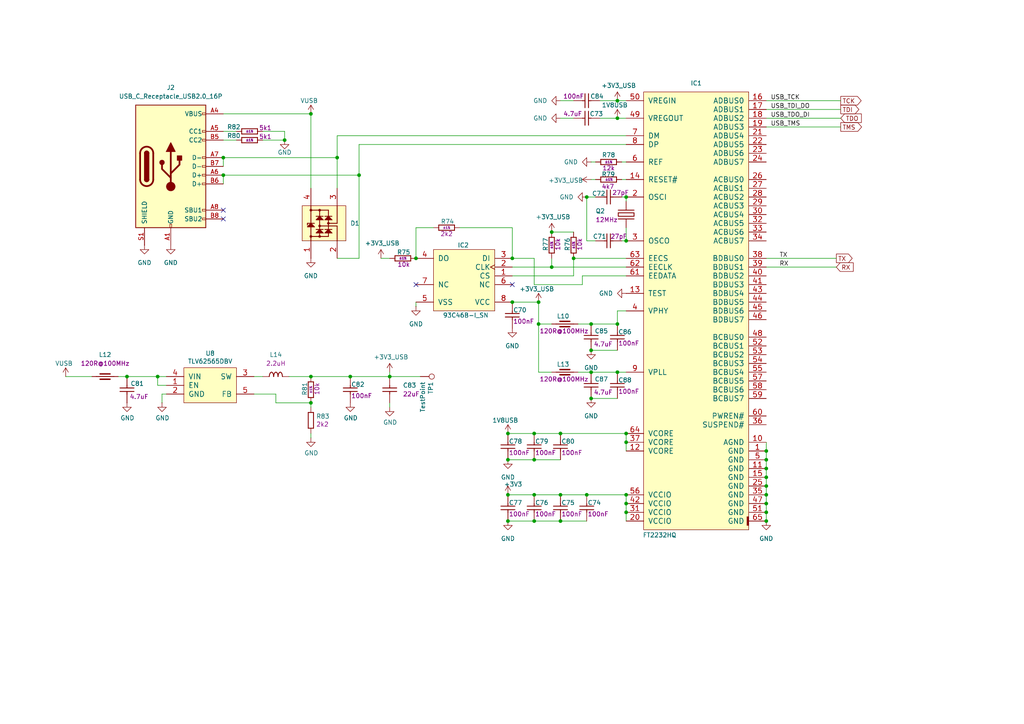
<source format=kicad_sch>
(kicad_sch (version 20250114) (generator "eeschema") (generator_version "9.0")
  (paper "A4")
  (junction (at 147.32 125.73))
  (junction (at 154.94 133.35))
  (junction (at 166.37 74.93))
  (junction (at 222.25 135.89))
  (junction (at 90.17 33.02))
  (junction (at 222.25 143.51))
  (junction (at 171.45 115.57))
  (junction (at 181.61 69.85))
  (junction (at 162.56 143.51))
  (junction (at 113.03 109.22))
  (junction (at 181.61 125.73))
  (junction (at 147.32 143.51))
  (junction (at 148.59 74.93))
  (junction (at 171.45 93.98))
  (junction (at 104.14 50.8))
  (junction (at 171.45 107.95))
  (junction (at 162.56 151.13))
  (junction (at 90.17 109.22))
  (junction (at 222.25 148.59))
  (junction (at 222.25 151.13))
  (junction (at 222.25 133.35))
  (junction (at 156.21 87.63))
  (junction (at 82.55 40.64))
  (junction (at 222.25 138.43))
  (junction (at 222.25 140.97))
  (junction (at 170.18 143.51))
  (junction (at 154.94 143.51))
  (junction (at 64.77 45.72))
  (junction (at 160.02 67.31))
  (junction (at 148.59 87.63))
  (junction (at 171.45 101.6))
  (junction (at 222.25 130.81))
  (junction (at 97.79 45.72))
  (junction (at 160.02 77.47))
  (junction (at 179.07 34.29))
  (junction (at 156.21 93.98))
  (junction (at 45.72 109.22))
  (junction (at 147.32 133.35))
  (junction (at 101.6 109.22))
  (junction (at 222.25 146.05))
  (junction (at 181.61 143.51))
  (junction (at 36.83 109.22))
  (junction (at 179.07 93.98))
  (junction (at 90.17 116.84))
  (junction (at 162.56 125.73))
  (junction (at 154.94 125.73))
  (junction (at 170.18 57.15))
  (junction (at 154.94 151.13))
  (junction (at 181.61 128.27))
  (junction (at 179.07 29.21))
  (junction (at 181.61 148.59))
  (junction (at 64.77 50.8))
  (junction (at 120.65 74.93))
  (junction (at 147.32 151.13))
  (junction (at 181.61 57.15))
  (junction (at 179.07 107.95))
  (junction (at 181.61 146.05))
  (no_connect (at 120.65 82.55))
  (no_connect (at 64.77 63.5))
  (no_connect (at 64.77 60.96))
  (no_connect (at 148.59 82.55))
  (wire (pts (xy 148.59 77.47) (xy 160.02 77.47)))
  (wire (pts (xy 167.64 107.95) (xy 171.45 107.95)))
  (wire (pts (xy 181.61 80.01) (xy 168.91 80.01)))
  (wire (pts (xy 181.61 143.51) (xy 181.61 146.05)))
  (wire (pts (xy 181.61 125.73) (xy 181.61 128.27)))
  (wire (pts (xy 80.01 114.3) (xy 73.66 114.3)))
  (wire (pts (xy 179.07 107.95) (xy 181.61 107.95)))
  (wire (pts (xy 180.34 69.85) (xy 181.61 69.85)))
  (wire (pts (xy 181.61 66.04) (xy 181.61 69.85)))
  (wire (pts (xy 222.25 148.59) (xy 222.25 151.13)))
  (wire (pts (xy 90.17 109.22) (xy 101.6 109.22)))
  (wire (pts (xy 180.34 52.07) (xy 181.61 52.07)))
  (wire (pts (xy 162.56 143.51) (xy 170.18 143.51)))
  (wire (pts (xy 222.25 138.43) (xy 222.25 140.97)))
  (wire (pts (xy 76.2 38.1) (xy 82.55 38.1)))
  (wire (pts (xy 173.99 34.29) (xy 179.07 34.29)))
  (wire (pts (xy 173.99 29.21) (xy 179.07 29.21)))
  (wire (pts (xy 154.94 133.35) (xy 162.56 133.35)))
  (wire (pts (xy 34.29 109.22) (xy 36.83 109.22)))
  (wire (pts (xy 172.72 69.85) (xy 170.18 69.85)))
  (wire (pts (xy 160.02 67.31) (xy 166.37 67.31)))
  (wire (pts (xy 64.77 50.8) (xy 64.77 53.34)))
  (wire (pts (xy 222.25 140.97) (xy 222.25 143.51)))
  (wire (pts (xy 97.79 45.72) (xy 97.79 54.61)))
  (wire (pts (xy 125.73 66.04) (xy 120.65 66.04)))
  (wire (pts (xy 168.91 82.55) (xy 154.94 82.55)))
  (wire (pts (xy 82.55 38.1) (xy 82.55 40.64)))
  (wire (pts (xy 73.66 109.22) (xy 76.2 109.22)))
  (wire (pts (xy 171.45 101.6) (xy 179.07 101.6)))
  (wire (pts (xy 120.65 66.04) (xy 120.65 74.93)))
  (wire (pts (xy 222.25 34.29) (xy 243.84 34.29)))
  (wire (pts (xy 97.79 45.72) (xy 64.77 45.72)))
  (wire (pts (xy 104.14 41.91) (xy 104.14 50.8)))
  (wire (pts (xy 45.72 111.76) (xy 45.72 109.22)))
  (wire (pts (xy 147.32 151.13) (xy 154.94 151.13)))
  (wire (pts (xy 147.32 133.35) (xy 154.94 133.35)))
  (wire (pts (xy 154.94 151.13) (xy 162.56 151.13)))
  (wire (pts (xy 166.37 74.93) (xy 166.37 80.01)))
  (wire (pts (xy 171.45 52.07) (xy 172.72 52.07)))
  (wire (pts (xy 181.61 146.05) (xy 181.61 148.59)))
  (wire (pts (xy 160.02 77.47) (xy 181.61 77.47)))
  (wire (pts (xy 90.17 33.02) (xy 64.77 33.02)))
  (wire (pts (xy 179.07 90.17) (xy 179.07 93.98)))
  (wire (pts (xy 148.59 87.63) (xy 156.21 87.63)))
  (wire (pts (xy 97.79 74.93) (xy 104.14 74.93)))
  (wire (pts (xy 170.18 57.15) (xy 172.72 57.15)))
  (wire (pts (xy 222.25 135.89) (xy 222.25 138.43)))
  (wire (pts (xy 170.18 69.85) (xy 170.18 57.15)))
  (wire (pts (xy 166.37 80.01) (xy 148.59 80.01)))
  (wire (pts (xy 162.56 29.21) (xy 166.37 29.21)))
  (wire (pts (xy 181.61 74.93) (xy 166.37 74.93)))
  (wire (pts (xy 110.49 74.93) (xy 113.03 74.93)))
  (wire (pts (xy 222.25 31.75) (xy 243.84 31.75)))
  (wire (pts (xy 133.35 66.04) (xy 148.59 66.04)))
  (wire (pts (xy 19.05 109.22) (xy 26.67 109.22)))
  (wire (pts (xy 156.21 107.95) (xy 156.21 93.98)))
  (wire (pts (xy 36.83 109.22) (xy 45.72 109.22)))
  (wire (pts (xy 179.07 29.21) (xy 181.61 29.21)))
  (wire (pts (xy 147.32 143.51) (xy 154.94 143.51)))
  (wire (pts (xy 45.72 109.22) (xy 48.26 109.22)))
  (wire (pts (xy 222.25 146.05) (xy 222.25 148.59)))
  (wire (pts (xy 222.25 29.21) (xy 243.84 29.21)))
  (wire (pts (xy 181.61 41.91) (xy 104.14 41.91)))
  (wire (pts (xy 104.14 74.93) (xy 104.14 50.8)))
  (wire (pts (xy 171.45 93.98) (xy 179.07 93.98)))
  (wire (pts (xy 160.02 93.98) (xy 156.21 93.98)))
  (wire (pts (xy 148.59 66.04) (xy 148.59 74.93)))
  (wire (pts (xy 180.34 57.15) (xy 181.61 57.15)))
  (wire (pts (xy 162.56 125.73) (xy 181.61 125.73)))
  (wire (pts (xy 170.18 143.51) (xy 181.61 143.51)))
  (wire (pts (xy 113.03 116.84) (xy 113.03 118.11)))
  (wire (pts (xy 222.25 36.83) (xy 243.84 36.83)))
  (wire (pts (xy 113.03 107.95) (xy 113.03 109.22)))
  (wire (pts (xy 46.99 114.3) (xy 46.99 116.84)))
  (wire (pts (xy 80.01 116.84) (xy 80.01 114.3)))
  (wire (pts (xy 181.61 148.59) (xy 181.61 151.13)))
  (wire (pts (xy 171.45 115.57) (xy 179.07 115.57)))
  (wire (pts (xy 97.79 39.37) (xy 97.79 45.72)))
  (wire (pts (xy 162.56 34.29) (xy 166.37 34.29)))
  (wire (pts (xy 113.03 109.22) (xy 121.92 109.22)))
  (wire (pts (xy 181.61 39.37) (xy 97.79 39.37)))
  (wire (pts (xy 156.21 87.63) (xy 156.21 93.98)))
  (wire (pts (xy 180.34 46.99) (xy 181.61 46.99)))
  (wire (pts (xy 48.26 114.3) (xy 46.99 114.3)))
  (wire (pts (xy 154.94 143.51) (xy 162.56 143.51)))
  (wire (pts (xy 83.82 109.22) (xy 90.17 109.22)))
  (wire (pts (xy 168.91 80.01) (xy 168.91 82.55)))
  (wire (pts (xy 120.65 87.63) (xy 120.65 88.9)))
  (wire (pts (xy 90.17 54.61) (xy 90.17 33.02)))
  (wire (pts (xy 162.56 151.13) (xy 170.18 151.13)))
  (wire (pts (xy 181.61 90.17) (xy 179.07 90.17)))
  (wire (pts (xy 222.25 77.47) (xy 242.57 77.47)))
  (wire (pts (xy 101.6 109.22) (xy 113.03 109.22)))
  (wire (pts (xy 222.25 128.27) (xy 222.25 130.81)))
  (wire (pts (xy 154.94 125.73) (xy 162.56 125.73)))
  (wire (pts (xy 181.61 128.27) (xy 181.61 130.81)))
  (wire (pts (xy 167.64 93.98) (xy 171.45 93.98)))
  (wire (pts (xy 179.07 34.29) (xy 181.61 34.29)))
  (wire (pts (xy 160.02 74.93) (xy 160.02 77.47)))
  (wire (pts (xy 64.77 40.64) (xy 68.58 40.64)))
  (wire (pts (xy 90.17 116.84) (xy 90.17 118.11)))
  (wire (pts (xy 171.45 107.95) (xy 179.07 107.95)))
  (wire (pts (xy 90.17 125.73) (xy 90.17 127)))
  (wire (pts (xy 90.17 116.84) (xy 80.01 116.84)))
  (wire (pts (xy 171.45 46.99) (xy 172.72 46.99)))
  (wire (pts (xy 222.25 74.93) (xy 242.57 74.93)))
  (wire (pts (xy 64.77 38.1) (xy 68.58 38.1)))
  (wire (pts (xy 222.25 143.51) (xy 222.25 146.05)))
  (wire (pts (xy 154.94 74.93) (xy 148.59 74.93)))
  (wire (pts (xy 181.61 57.15) (xy 181.61 58.42)))
  (wire (pts (xy 76.2 40.64) (xy 82.55 40.64)))
  (wire (pts (xy 154.94 82.55) (xy 154.94 74.93)))
  (wire (pts (xy 64.77 45.72) (xy 64.77 48.26)))
  (wire (pts (xy 104.14 50.8) (xy 64.77 50.8)))
  (wire (pts (xy 222.25 130.81) (xy 222.25 133.35)))
  (wire (pts (xy 160.02 107.95) (xy 156.21 107.95)))
  (wire (pts (xy 222.25 133.35) (xy 222.25 135.89)))
  (wire (pts (xy 147.32 125.73) (xy 154.94 125.73)))
  (wire (pts (xy 48.26 111.76) (xy 45.72 111.76)))
  (label "RX" (at 226.06 77.47 0))
  (label "USB_TMS" (at 223.52 36.83 0))
  (label "TX" (at 226.06 74.93 0))
  (label "USB_TCK" (at 223.52 29.21 0))
  (label "USB_TDI_DO" (at 223.52 31.75 0))
  (label "USB_TDO_DI" (at 223.52 34.29 0))
  (global_label "RX" (shape input) (at 242.57 77.47 0) (property "Intersheetrefs" "${INTERSHEET_REFS}" (effects (hide yes))))
  (global_label "TCK" (shape output) (at 243.84 29.21 0) (property "Intersheetrefs" "${INTERSHEET_REFS}" (effects (hide yes))))
  (global_label "TDO" (shape input) (at 243.84 34.29 0) (property "Intersheetrefs" "${INTERSHEET_REFS}" (effects (hide yes))))
  (global_label "TX" (shape output) (at 242.57 74.93 0) (property "Intersheetrefs" "${INTERSHEET_REFS}" (effects (hide yes))))
  (global_label "TDI" (shape output) (at 243.84 31.75 0) (property "Intersheetrefs" "${INTERSHEET_REFS}" (effects (hide yes))))
  (global_label "TMS" (shape output) (at 243.84 36.83 0) (property "Intersheetrefs" "${INTERSHEET_REFS}" (effects (hide yes))))
  (symbol (lib_id "Capacitors SMD:CC0402_100NF_50V_10%_X7R") (at 148.59 95.25 90) (unit 1)
    (property "Reference" "C70" (at 148.844 89.916 90) (effects (justify right)))
    (property "Value" "CC0402_100NF_50V_10%_X7R" (effects (hide yes)))
    (property "Footprint" "Capacitors SMD:CAPC1005X55N" (effects (hide yes)))
    (property "Datasheet" "\\\\cern.ch\\dfs\\Applications\\Altium\\Datasheets\\CC0402_MURATA_GRM155R71H104KE14D.pdf" (effects (hide yes)))
    (property "Description" "SMD Multilayer Chip Ceramic Capacitor" (effects (hide yes)))
    (property "Val" "100nF" (at 148.844 93.218 90) (effects (justify right)))
    (property "Part Number" "CC0402_100NF_50V_10%_X7R" (effects (hide yes)))
    (property "Library Ref" "Capacitor - non polarized" (effects (hide yes)))
    (property "Library Path" "SchLib\\Capacitors.SchLib" (effects (hide yes)))
    (property "Comment" "100nF" (effects (hide yes)))
    (property "Component Kind" "Standard" (effects (hide yes)))
    (property "Component Type" "Standard" (effects (hide yes)))
    (property "Pin Count" "2" (effects (hide yes)))
    (property "Footprint Path" "PcbLib\\Capacitors SMD.PcbLib" (effects (hide yes)))
    (property "Footprint Ref" "CAPC1005X55N" (effects (hide yes)))
    (property "PackageDescription" " " (effects (hide yes)))
    (property "Status" "None" (effects (hide yes)))
    (property "Status Comment" " " (effects (hide yes)))
    (property "Voltage" "50V" (effects (hide yes)))
    (property "TC" "X7R" (effects (hide yes)))
    (property "Tolerance" "±10%" (effects (hide yes)))
    (property "Part Description" "SMD Multilayer Chip Ceramic Capacitor" (effects (hide yes)))
    (property "Manufacturer" "GENERIC" (effects (hide yes)))
    (property "Manufacturer Part Number" "CC0402_100NF_50V_10%_X7R" (effects (hide yes)))
    (property "Case" "0402" (effects (hide yes)))
    (property "Mounted" "Yes" (effects (hide yes)))
    (property "Socket" "No" (effects (hide yes)))
    (property "SMD" "Yes" (effects (hide yes)))
    (property "PressFit" " " (effects (hide yes)))
    (property "Sense" "No" (effects (hide yes)))
    (property "Sense Comment" " " (effects (hide yes)))
    (property "ComponentHeight" " " (effects (hide yes)))
    (property "Manufacturer1 Example" "MURATA" (effects (hide yes)))
    (property "Manufacturer1 Part Number" "GRM155R71H104KE14D" (effects (hide yes)))
    (property "Manufacturer1 ComponentHeight" "0.55mm" (effects (hide yes)))
    (property "HelpURL" "\\\\cern.ch\\dfs\\Applications\\Altium\\Datasheets\\CC0402_MURATA_GRM155R71H104KE14D.pdf" (effects (hide yes)))
    (property "Author" "CERN DEM MR" (effects (hide yes)))
    (property "CreateDate" "06/30/17 00:00:00" (effects (hide yes)))
    (property "LatestRevisionDate" "06/30/17 00:00:00" (effects (hide yes)))
    (property "Database Table Name" "Capacitors" (effects (hide yes)))
    (property "Library Name" "Capacitors SMD" (effects (hide yes)))
    (property "Footprint Library" "Capacitors SMD" (effects (hide yes)))
    (property "License" "CC-BY-SA 4.0" (effects (hide yes)))
  )
  (symbol (lib_id "power:GND") (at 120.65 88.9 0) (unit 1)
    (property "Reference" "#PWR082" (effects (hide yes)))
    (property "Value" "GND" (at 120.65 93.98 0))
    (property "Description" "Power symbol creates a global label with name \"GND\" , ground" (effects (hide yes)))
  )
  (symbol (lib_id "Connector_Generic:TestPoint") (at 121.92 109.22 270) (unit 1)
    (property "Reference" "TP1" (at 124.9172 110.6932 0) (effects (justify left)))
    (property "Value" "TestPoint" (at 122.6058 110.6932 0) (effects (justify left)))
    (property "Footprint" "TestPoint:TestPoint_THTPad_D1.5mm_Drill0.7mm" (effects (hide yes)))
    (property "Datasheet" " " (effects (hide yes)))
  )
  (symbol (lib_id "power:GND") (at 171.45 46.99 270) (unit 1)
    (property "Reference" "#PWR086" (effects (hide yes)))
    (property "Value" "GND" (at 167.64 46.9899 90) (effects (justify right)))
    (property "Description" "Power symbol creates a global label with name \"GND\" , ground" (effects (hide yes)))
  )
  (symbol (lib_id "power:+1V0") (at 147.32 143.51 0) (unit 1)
    (property "Reference" "#PWR096" (effects (hide yes)))
    (property "Value" "+3V3" (at 148.844 140.462 0))
    (property "Description" "Power symbol creates a global label with name \"+1V0\"" (effects (hide yes)))
  )
  (symbol (lib_id "Capacitors SMD:CC0402_100NF_50V_10%_X7R") (at 179.07 115.57 90) (unit 1)
    (property "Reference" "C88" (at 179.324 110.236 90) (effects (justify right)))
    (property "Value" "CC0402_100NF_50V_10%_X7R" (effects (hide yes)))
    (property "Footprint" "Capacitors SMD:CAPC1005X55N" (effects (hide yes)))
    (property "Datasheet" "\\\\cern.ch\\dfs\\Applications\\Altium\\Datasheets\\CC0402_MURATA_GRM155R71H104KE14D.pdf" (effects (hide yes)))
    (property "Description" "SMD Multilayer Chip Ceramic Capacitor" (effects (hide yes)))
    (property "Val" "100nF" (at 179.324 113.538 90) (effects (justify right)))
    (property "Part Number" "CC0402_100NF_50V_10%_X7R" (effects (hide yes)))
    (property "Library Ref" "Capacitor - non polarized" (effects (hide yes)))
    (property "Library Path" "SchLib\\Capacitors.SchLib" (effects (hide yes)))
    (property "Comment" "100nF" (effects (hide yes)))
    (property "Component Kind" "Standard" (effects (hide yes)))
    (property "Component Type" "Standard" (effects (hide yes)))
    (property "Pin Count" "2" (effects (hide yes)))
    (property "Footprint Path" "PcbLib\\Capacitors SMD.PcbLib" (effects (hide yes)))
    (property "Footprint Ref" "CAPC1005X55N" (effects (hide yes)))
    (property "PackageDescription" " " (effects (hide yes)))
    (property "Status" "None" (effects (hide yes)))
    (property "Status Comment" " " (effects (hide yes)))
    (property "Voltage" "50V" (effects (hide yes)))
    (property "TC" "X7R" (effects (hide yes)))
    (property "Tolerance" "±10%" (effects (hide yes)))
    (property "Part Description" "SMD Multilayer Chip Ceramic Capacitor" (effects (hide yes)))
    (property "Manufacturer" "GENERIC" (effects (hide yes)))
    (property "Manufacturer Part Number" "CC0402_100NF_50V_10%_X7R" (effects (hide yes)))
    (property "Case" "0402" (effects (hide yes)))
    (property "Mounted" "Yes" (effects (hide yes)))
    (property "Socket" "No" (effects (hide yes)))
    (property "SMD" "Yes" (effects (hide yes)))
    (property "PressFit" " " (effects (hide yes)))
    (property "Sense" "No" (effects (hide yes)))
    (property "Sense Comment" " " (effects (hide yes)))
    (property "ComponentHeight" " " (effects (hide yes)))
    (property "Manufacturer1 Example" "MURATA" (effects (hide yes)))
    (property "Manufacturer1 Part Number" "GRM155R71H104KE14D" (effects (hide yes)))
    (property "Manufacturer1 ComponentHeight" "0.55mm" (effects (hide yes)))
    (property "HelpURL" "\\\\cern.ch\\dfs\\Applications\\Altium\\Datasheets\\CC0402_MURATA_GRM155R71H104KE14D.pdf" (effects (hide yes)))
    (property "Author" "CERN DEM MR" (effects (hide yes)))
    (property "CreateDate" "06/30/17 00:00:00" (effects (hide yes)))
    (property "LatestRevisionDate" "06/30/17 00:00:00" (effects (hide yes)))
    (property "Database Table Name" "Capacitors" (effects (hide yes)))
    (property "Library Name" "Capacitors SMD" (effects (hide yes)))
    (property "Footprint Library" "Capacitors SMD" (effects (hide yes)))
    (property "License" "CC-BY-SA 4.0" (effects (hide yes)))
  )
  (symbol (lib_id "power:GND") (at 181.61 85.09 270) (unit 1)
    (property "Reference" "#PWR088" (effects (hide yes)))
    (property "Value" "GND" (at 177.8 85.0899 90) (effects (justify right)))
    (property "Description" "Power symbol creates a global label with name \"GND\" , ground" (effects (hide yes)))
  )
  (symbol (lib_id "Capacitors SMD:CC0402_100NF_50V_10%_X7R") (at 154.94 151.13 90) (unit 1)
    (property "Reference" "C76" (at 155.194 145.796 90) (effects (justify right)))
    (property "Value" "CC0402_100NF_50V_10%_X7R" (effects (hide yes)))
    (property "Footprint" "Capacitors SMD:CAPC1005X55N" (effects (hide yes)))
    (property "Datasheet" "\\\\cern.ch\\dfs\\Applications\\Altium\\Datasheets\\CC0402_MURATA_GRM155R71H104KE14D.pdf" (effects (hide yes)))
    (property "Description" "SMD Multilayer Chip Ceramic Capacitor" (effects (hide yes)))
    (property "Val" "100nF" (at 155.194 149.098 90) (effects (justify right)))
    (property "Part Number" "CC0402_100NF_50V_10%_X7R" (effects (hide yes)))
    (property "Library Ref" "Capacitor - non polarized" (effects (hide yes)))
    (property "Library Path" "SchLib\\Capacitors.SchLib" (effects (hide yes)))
    (property "Comment" "100nF" (effects (hide yes)))
    (property "Component Kind" "Standard" (effects (hide yes)))
    (property "Component Type" "Standard" (effects (hide yes)))
    (property "Pin Count" "2" (effects (hide yes)))
    (property "Footprint Path" "PcbLib\\Capacitors SMD.PcbLib" (effects (hide yes)))
    (property "Footprint Ref" "CAPC1005X55N" (effects (hide yes)))
    (property "PackageDescription" " " (effects (hide yes)))
    (property "Status" "None" (effects (hide yes)))
    (property "Status Comment" " " (effects (hide yes)))
    (property "Voltage" "50V" (effects (hide yes)))
    (property "TC" "X7R" (effects (hide yes)))
    (property "Tolerance" "±10%" (effects (hide yes)))
    (property "Part Description" "SMD Multilayer Chip Ceramic Capacitor" (effects (hide yes)))
    (property "Manufacturer" "GENERIC" (effects (hide yes)))
    (property "Manufacturer Part Number" "CC0402_100NF_50V_10%_X7R" (effects (hide yes)))
    (property "Case" "0402" (effects (hide yes)))
    (property "Mounted" "Yes" (effects (hide yes)))
    (property "Socket" "No" (effects (hide yes)))
    (property "SMD" "Yes" (effects (hide yes)))
    (property "PressFit" " " (effects (hide yes)))
    (property "Sense" "No" (effects (hide yes)))
    (property "Sense Comment" " " (effects (hide yes)))
    (property "ComponentHeight" " " (effects (hide yes)))
    (property "Manufacturer1 Example" "MURATA" (effects (hide yes)))
    (property "Manufacturer1 Part Number" "GRM155R71H104KE14D" (effects (hide yes)))
    (property "Manufacturer1 ComponentHeight" "0.55mm" (effects (hide yes)))
    (property "HelpURL" "\\\\cern.ch\\dfs\\Applications\\Altium\\Datasheets\\CC0402_MURATA_GRM155R71H104KE14D.pdf" (effects (hide yes)))
    (property "Author" "CERN DEM MR" (effects (hide yes)))
    (property "CreateDate" "06/30/17 00:00:00" (effects (hide yes)))
    (property "LatestRevisionDate" "06/30/17 00:00:00" (effects (hide yes)))
    (property "Database Table Name" "Capacitors" (effects (hide yes)))
    (property "Library Name" "Capacitors SMD" (effects (hide yes)))
    (property "Footprint Library" "Capacitors SMD" (effects (hide yes)))
    (property "License" "CC-BY-SA 4.0" (effects (hide yes)))
  )
  (symbol (lib_id "Capacitors SMD:CC0402_100NF_50V_10%_X7R") (at 147.32 133.35 90) (unit 1)
    (property "Reference" "C78" (at 147.574 128.016 90) (effects (justify right)))
    (property "Value" "CC0402_100NF_50V_10%_X7R" (effects (hide yes)))
    (property "Footprint" "Capacitors SMD:CAPC1005X55N" (effects (hide yes)))
    (property "Datasheet" "\\\\cern.ch\\dfs\\Applications\\Altium\\Datasheets\\CC0402_MURATA_GRM155R71H104KE14D.pdf" (effects (hide yes)))
    (property "Description" "SMD Multilayer Chip Ceramic Capacitor" (effects (hide yes)))
    (property "Val" "100nF" (at 147.574 131.318 90) (effects (justify right)))
    (property "Part Number" "CC0402_100NF_50V_10%_X7R" (effects (hide yes)))
    (property "Library Ref" "Capacitor - non polarized" (effects (hide yes)))
    (property "Library Path" "SchLib\\Capacitors.SchLib" (effects (hide yes)))
    (property "Comment" "100nF" (effects (hide yes)))
    (property "Component Kind" "Standard" (effects (hide yes)))
    (property "Component Type" "Standard" (effects (hide yes)))
    (property "Pin Count" "2" (effects (hide yes)))
    (property "Footprint Path" "PcbLib\\Capacitors SMD.PcbLib" (effects (hide yes)))
    (property "Footprint Ref" "CAPC1005X55N" (effects (hide yes)))
    (property "PackageDescription" " " (effects (hide yes)))
    (property "Status" "None" (effects (hide yes)))
    (property "Status Comment" " " (effects (hide yes)))
    (property "Voltage" "50V" (effects (hide yes)))
    (property "TC" "X7R" (effects (hide yes)))
    (property "Tolerance" "±10%" (effects (hide yes)))
    (property "Part Description" "SMD Multilayer Chip Ceramic Capacitor" (effects (hide yes)))
    (property "Manufacturer" "GENERIC" (effects (hide yes)))
    (property "Manufacturer Part Number" "CC0402_100NF_50V_10%_X7R" (effects (hide yes)))
    (property "Case" "0402" (effects (hide yes)))
    (property "Mounted" "Yes" (effects (hide yes)))
    (property "Socket" "No" (effects (hide yes)))
    (property "SMD" "Yes" (effects (hide yes)))
    (property "PressFit" " " (effects (hide yes)))
    (property "Sense" "No" (effects (hide yes)))
    (property "Sense Comment" " " (effects (hide yes)))
    (property "ComponentHeight" " " (effects (hide yes)))
    (property "Manufacturer1 Example" "MURATA" (effects (hide yes)))
    (property "Manufacturer1 Part Number" "GRM155R71H104KE14D" (effects (hide yes)))
    (property "Manufacturer1 ComponentHeight" "0.55mm" (effects (hide yes)))
    (property "HelpURL" "\\\\cern.ch\\dfs\\Applications\\Altium\\Datasheets\\CC0402_MURATA_GRM155R71H104KE14D.pdf" (effects (hide yes)))
    (property "Author" "CERN DEM MR" (effects (hide yes)))
    (property "CreateDate" "06/30/17 00:00:00" (effects (hide yes)))
    (property "LatestRevisionDate" "06/30/17 00:00:00" (effects (hide yes)))
    (property "Database Table Name" "Capacitors" (effects (hide yes)))
    (property "Library Name" "Capacitors SMD" (effects (hide yes)))
    (property "Footprint Library" "Capacitors SMD" (effects (hide yes)))
    (property "License" "CC-BY-SA 4.0" (effects (hide yes)))
  )
  (symbol (lib_id "Capacitors SMD:CC0402_100NF_50V_10%_X7R") (at 147.32 151.13 90) (unit 1)
    (property "Reference" "C77" (at 147.574 145.796 90) (effects (justify right)))
    (property "Value" "CC0402_100NF_50V_10%_X7R" (effects (hide yes)))
    (property "Footprint" "Capacitors SMD:CAPC1005X55N" (effects (hide yes)))
    (property "Datasheet" "\\\\cern.ch\\dfs\\Applications\\Altium\\Datasheets\\CC0402_MURATA_GRM155R71H104KE14D.pdf" (effects (hide yes)))
    (property "Description" "SMD Multilayer Chip Ceramic Capacitor" (effects (hide yes)))
    (property "Val" "100nF" (at 147.574 149.098 90) (effects (justify right)))
    (property "Part Number" "CC0402_100NF_50V_10%_X7R" (effects (hide yes)))
    (property "Library Ref" "Capacitor - non polarized" (effects (hide yes)))
    (property "Library Path" "SchLib\\Capacitors.SchLib" (effects (hide yes)))
    (property "Comment" "100nF" (effects (hide yes)))
    (property "Component Kind" "Standard" (effects (hide yes)))
    (property "Component Type" "Standard" (effects (hide yes)))
    (property "Pin Count" "2" (effects (hide yes)))
    (property "Footprint Path" "PcbLib\\Capacitors SMD.PcbLib" (effects (hide yes)))
    (property "Footprint Ref" "CAPC1005X55N" (effects (hide yes)))
    (property "PackageDescription" " " (effects (hide yes)))
    (property "Status" "None" (effects (hide yes)))
    (property "Status Comment" " " (effects (hide yes)))
    (property "Voltage" "50V" (effects (hide yes)))
    (property "TC" "X7R" (effects (hide yes)))
    (property "Tolerance" "±10%" (effects (hide yes)))
    (property "Part Description" "SMD Multilayer Chip Ceramic Capacitor" (effects (hide yes)))
    (property "Manufacturer" "GENERIC" (effects (hide yes)))
    (property "Manufacturer Part Number" "CC0402_100NF_50V_10%_X7R" (effects (hide yes)))
    (property "Case" "0402" (effects (hide yes)))
    (property "Mounted" "Yes" (effects (hide yes)))
    (property "Socket" "No" (effects (hide yes)))
    (property "SMD" "Yes" (effects (hide yes)))
    (property "PressFit" " " (effects (hide yes)))
    (property "Sense" "No" (effects (hide yes)))
    (property "Sense Comment" " " (effects (hide yes)))
    (property "ComponentHeight" " " (effects (hide yes)))
    (property "Manufacturer1 Example" "MURATA" (effects (hide yes)))
    (property "Manufacturer1 Part Number" "GRM155R71H104KE14D" (effects (hide yes)))
    (property "Manufacturer1 ComponentHeight" "0.55mm" (effects (hide yes)))
    (property "HelpURL" "\\\\cern.ch\\dfs\\Applications\\Altium\\Datasheets\\CC0402_MURATA_GRM155R71H104KE14D.pdf" (effects (hide yes)))
    (property "Author" "CERN DEM MR" (effects (hide yes)))
    (property "CreateDate" "06/30/17 00:00:00" (effects (hide yes)))
    (property "LatestRevisionDate" "06/30/17 00:00:00" (effects (hide yes)))
    (property "Database Table Name" "Capacitors" (effects (hide yes)))
    (property "Library Name" "Capacitors SMD" (effects (hide yes)))
    (property "Footprint Library" "Capacitors SMD" (effects (hide yes)))
    (property "License" "CC-BY-SA 4.0" (effects (hide yes)))
  )
  (symbol (lib_id "Capacitors SMD:CC0402_27PF_50V_5%_C0G") (at 180.34 57.15 180) (unit 1)
    (property "Reference" "C72" (at 171.704 56.134 0) (effects (justify right)))
    (property "Value" "CC0402_27PF_50V_5%_C0G" (effects (hide yes)))
    (property "Footprint" "Capacitors SMD:CAPC1005X55N" (effects (hide yes)))
    (property "Datasheet" "\\\\cern.ch\\dfs\\Applications\\Altium\\Datasheets\\CC0402_C0G_KEMET_(Commercial Grade).pdf" (effects (hide yes)))
    (property "Description" "SMD Multilayer Chip Ceramic Capacitor" (effects (hide yes)))
    (property "Val" "27pF" (at 177.546 55.88 0) (effects (justify right)))
    (property "Part Number" "CC0402_27PF_50V_5%_C0G" (effects (hide yes)))
    (property "Library Ref" "Capacitor - non polarized" (effects (hide yes)))
    (property "Library Path" "SchLib\\Capacitors.SchLib" (effects (hide yes)))
    (property "Comment" "27pF" (effects (hide yes)))
    (property "Component Kind" "Standard" (effects (hide yes)))
    (property "Component Type" "Standard" (effects (hide yes)))
    (property "Pin Count" "2" (effects (hide yes)))
    (property "Footprint Path" "PcbLib\\Capacitors SMD.PcbLib" (effects (hide yes)))
    (property "Footprint Ref" "CAPC1005X55N" (effects (hide yes)))
    (property "PackageDescription" " " (effects (hide yes)))
    (property "Status" "Preferred" (effects (hide yes)))
    (property "Status Comment" " " (effects (hide yes)))
    (property "Voltage" "50V" (effects (hide yes)))
    (property "TC" "C0G/NP0" (effects (hide yes)))
    (property "Tolerance" "±5%" (effects (hide yes)))
    (property "Part Description" "SMD Multilayer Chip Ceramic Capacitor" (effects (hide yes)))
    (property "Manufacturer" "GENERIC" (effects (hide yes)))
    (property "Manufacturer Part Number" "CC0402_27PF_50V_5%_C0G" (effects (hide yes)))
    (property "Case" "0402" (effects (hide yes)))
    (property "Mounted" "Yes" (effects (hide yes)))
    (property "Socket" "No" (effects (hide yes)))
    (property "SMD" "Yes" (effects (hide yes)))
    (property "PressFit" " " (effects (hide yes)))
    (property "Sense" "No" (effects (hide yes)))
    (property "Sense Comment" " " (effects (hide yes)))
    (property "ComponentHeight" " " (effects (hide yes)))
    (property "Manufacturer1 Example" "KEMET" (effects (hide yes)))
    (property "Manufacturer1 Part Number" "C0402C270J5GACTU" (effects (hide yes)))
    (property "Manufacturer1 ComponentHeight" "0.55mm" (effects (hide yes)))
    (property "HelpURL" "\\\\cern.ch\\dfs\\Applications\\Altium\\Datasheets\\CC0402_C0G_KEMET_(Commercial Grade).pdf" (effects (hide yes)))
    (property "Author" "CERN DEM JLC" (effects (hide yes)))
    (property "CreateDate" "10/25/12 00:00:00" (effects (hide yes)))
    (property "LatestRevisionDate" "04/22/15 00:00:00" (effects (hide yes)))
    (property "Database Table Name" "Capacitors" (effects (hide yes)))
    (property "Library Name" "Capacitors SMD" (effects (hide yes)))
    (property "Footprint Library" "Capacitors SMD" (effects (hide yes)))
    (property "License" "CC-BY-SA 4.0" (effects (hide yes)))
  )
  (symbol (lib_id "power:GND") (at 41.91 71.12 0) (unit 1)
    (property "Reference" "#PWR090" (effects (hide yes)))
    (property "Value" "GND" (at 41.91 76.2 0))
    (property "Description" "Power symbol creates a global label with name \"GND\" , ground" (effects (hide yes)))
  )
  (symbol (lib_id "Capacitors SMD:CC0402_100NF_50V_10%_X7R") (at 101.6 116.84 90) (unit 1)
    (property "Reference" "C82" (at 101.854 111.506 90) (effects (justify right)))
    (property "Value" "CC0402_100NF_50V_10%_X7R" (effects (hide yes)))
    (property "Footprint" "Capacitors SMD:CAPC1005X55N" (effects (hide yes)))
    (property "Datasheet" "\\\\cern.ch\\dfs\\Applications\\Altium\\Datasheets\\CC0402_MURATA_GRM155R71H104KE14D.pdf" (effects (hide yes)))
    (property "Description" "SMD Multilayer Chip Ceramic Capacitor" (effects (hide yes)))
    (property "Val" "100nF" (at 101.854 114.808 90) (effects (justify right)))
    (property "Part Number" "CC0402_100NF_50V_10%_X7R" (effects (hide yes)))
    (property "Library Ref" "Capacitor - non polarized" (effects (hide yes)))
    (property "Library Path" "SchLib\\Capacitors.SchLib" (effects (hide yes)))
    (property "Comment" "100nF" (effects (hide yes)))
    (property "Component Kind" "Standard" (effects (hide yes)))
    (property "Component Type" "Standard" (effects (hide yes)))
    (property "Pin Count" "2" (effects (hide yes)))
    (property "Footprint Path" "PcbLib\\Capacitors SMD.PcbLib" (effects (hide yes)))
    (property "Footprint Ref" "CAPC1005X55N" (effects (hide yes)))
    (property "PackageDescription" " " (effects (hide yes)))
    (property "Status" "None" (effects (hide yes)))
    (property "Status Comment" " " (effects (hide yes)))
    (property "Voltage" "50V" (effects (hide yes)))
    (property "TC" "X7R" (effects (hide yes)))
    (property "Tolerance" "±10%" (effects (hide yes)))
    (property "Part Description" "SMD Multilayer Chip Ceramic Capacitor" (effects (hide yes)))
    (property "Manufacturer" "GENERIC" (effects (hide yes)))
    (property "Manufacturer Part Number" "CC0402_100NF_50V_10%_X7R" (effects (hide yes)))
    (property "Case" "0402" (effects (hide yes)))
    (property "Mounted" "Yes" (effects (hide yes)))
    (property "Socket" "No" (effects (hide yes)))
    (property "SMD" "Yes" (effects (hide yes)))
    (property "PressFit" " " (effects (hide yes)))
    (property "Sense" "No" (effects (hide yes)))
    (property "Sense Comment" " " (effects (hide yes)))
    (property "ComponentHeight" " " (effects (hide yes)))
    (property "Manufacturer1 Example" "MURATA" (effects (hide yes)))
    (property "Manufacturer1 Part Number" "GRM155R71H104KE14D" (effects (hide yes)))
    (property "Manufacturer1 ComponentHeight" "0.55mm" (effects (hide yes)))
    (property "HelpURL" "\\\\cern.ch\\dfs\\Applications\\Altium\\Datasheets\\CC0402_MURATA_GRM155R71H104KE14D.pdf" (effects (hide yes)))
    (property "Author" "CERN DEM MR" (effects (hide yes)))
    (property "CreateDate" "06/30/17 00:00:00" (effects (hide yes)))
    (property "LatestRevisionDate" "06/30/17 00:00:00" (effects (hide yes)))
    (property "Database Table Name" "Capacitors" (effects (hide yes)))
    (property "Library Name" "Capacitors SMD" (effects (hide yes)))
    (property "Footprint Library" "Capacitors SMD" (effects (hide yes)))
    (property "License" "CC-BY-SA 4.0" (effects (hide yes)))
  )
  (symbol (lib_id "power:GND") (at 170.18 57.15 270) (unit 1)
    (property "Reference" "#PWR085" (effects (hide yes)))
    (property "Value" "GND" (at 166.37 57.1499 90) (effects (justify right)))
    (property "Description" "Power symbol creates a global label with name \"GND\" , ground" (effects (hide yes)))
  )
  (symbol (lib_id "Resistors SMD:R0402_10K_1%_0.0625W_100PPM") (at 113.03 74.93 0) (unit 1)
    (property "Reference" "R75" (at 117.094 73.152 0))
    (property "Value" "R0402_10K_1%_0.0625W_100PPM" (effects (hide yes)))
    (property "Footprint" "Resistors SMD:RESC1005X40N" (effects (hide yes)))
    (property "Datasheet" "\\\\cern.ch\\dfs\\Applications\\Altium\\Datasheets\\R0402_Phycomp_RC0402.pdf" (effects (hide yes)))
    (property "Description" "General Purpose Thick Film Chip Resistor" (effects (hide yes)))
    (property "Tolerance" "±1%" (at 116.84 74.93 0) (effects (font (size 0.635 0.635))))
    (property "Val" "10k" (at 117.094 76.708 0))
    (property "Part Number" "R0402_10K_1%_0.0625W_100PPM" (effects (hide yes)))
    (property "Library Ref" "Resistor - 1%" (effects (hide yes)))
    (property "Library Path" "SchLib\\Resistors.SchLib" (effects (hide yes)))
    (property "Comment" "10k" (effects (hide yes)))
    (property "Component Kind" "Standard" (effects (hide yes)))
    (property "Component Type" "Standard" (effects (hide yes)))
    (property "PackageDescription" " " (effects (hide yes)))
    (property "Pin Count" "2" (effects (hide yes)))
    (property "Footprint Path" "PcbLib\\Resistors SMD.PcbLib" (effects (hide yes)))
    (property "Footprint Ref" "RESC1005X40N" (effects (hide yes)))
    (property "Status" "Not Recommended" (effects (hide yes)))
    (property "Power" "0.0625W" (effects (hide yes)))
    (property "TC" "±100ppm/°C" (effects (hide yes)))
    (property "Voltage" " " (effects (hide yes)))
    (property "Part Description" "General Purpose Thick Film Chip Resistor" (effects (hide yes)))
    (property "Manufacturer" "GENERIC" (effects (hide yes)))
    (property "Manufacturer Part Number" "R0402_10K_1%_0.0625W_100PPM" (effects (hide yes)))
    (property "Case" "0402" (effects (hide yes)))
    (property "PressFit" "No" (effects (hide yes)))
    (property "Mounted" "Yes" (effects (hide yes)))
    (property "Sense Comment" " " (effects (hide yes)))
    (property "Sense" "No" (effects (hide yes)))
    (property "Status Comment" " " (effects (hide yes)))
    (property "Socket" "No" (effects (hide yes)))
    (property "SMD" "Yes" (effects (hide yes)))
    (property "ComponentHeight" " " (effects (hide yes)))
    (property "Manufacturer1 Example" "YAGEO PHYCOMP" (effects (hide yes)))
    (property "Manufacturer1 Part Number" "232270671003L" (effects (hide yes)))
    (property "Manufacturer1 ComponentHeight" "0.4mm" (effects (hide yes)))
    (property "HelpURL" "\\\\cern.ch\\dfs\\Applications\\Altium\\Datasheets\\R0402_Phycomp_RC0402.pdf" (effects (hide yes)))
    (property "Author" "CERN DEM JLC" (effects (hide yes)))
    (property "CreateDate" "12/03/07 00:00:00" (effects (hide yes)))
    (property "LatestRevisionDate" "10/17/12 00:00:00" (effects (hide yes)))
    (property "Database Table Name" "Resistors" (effects (hide yes)))
    (property "Library Name" "Resistors SMD" (effects (hide yes)))
    (property "Footprint Library" "Resistors SMD" (effects (hide yes)))
    (property "License" "CC-BY-SA 4.0" (effects (hide yes)))
  )
  (symbol (lib_id "power:GND") (at 147.32 151.13 0) (unit 1)
    (property "Reference" "#PWR094" (effects (hide yes)))
    (property "Value" "GND" (at 147.32 156.21 0))
    (property "Description" "Power symbol creates a global label with name \"GND\" , ground" (effects (hide yes)))
  )
  (symbol (lib_id "Capacitors SMD:CC0402_27PF_50V_5%_C0G") (at 180.34 69.85 180) (unit 1)
    (property "Reference" "C71" (at 171.958 68.58 0) (effects (justify right)))
    (property "Value" "CC0402_27PF_50V_5%_C0G" (effects (hide yes)))
    (property "Footprint" "Capacitors SMD:CAPC1005X55N" (effects (hide yes)))
    (property "Datasheet" "\\\\cern.ch\\dfs\\Applications\\Altium\\Datasheets\\CC0402_C0G_KEMET_(Commercial Grade).pdf" (effects (hide yes)))
    (property "Description" "SMD Multilayer Chip Ceramic Capacitor" (effects (hide yes)))
    (property "Val" "27pF" (at 177.038 68.58 0) (effects (justify right)))
    (property "Part Number" "CC0402_27PF_50V_5%_C0G" (effects (hide yes)))
    (property "Library Ref" "Capacitor - non polarized" (effects (hide yes)))
    (property "Library Path" "SchLib\\Capacitors.SchLib" (effects (hide yes)))
    (property "Comment" "27pF" (effects (hide yes)))
    (property "Component Kind" "Standard" (effects (hide yes)))
    (property "Component Type" "Standard" (effects (hide yes)))
    (property "Pin Count" "2" (effects (hide yes)))
    (property "Footprint Path" "PcbLib\\Capacitors SMD.PcbLib" (effects (hide yes)))
    (property "Footprint Ref" "CAPC1005X55N" (effects (hide yes)))
    (property "PackageDescription" " " (effects (hide yes)))
    (property "Status" "Preferred" (effects (hide yes)))
    (property "Status Comment" " " (effects (hide yes)))
    (property "Voltage" "50V" (effects (hide yes)))
    (property "TC" "C0G/NP0" (effects (hide yes)))
    (property "Tolerance" "±5%" (effects (hide yes)))
    (property "Part Description" "SMD Multilayer Chip Ceramic Capacitor" (effects (hide yes)))
    (property "Manufacturer" "GENERIC" (effects (hide yes)))
    (property "Manufacturer Part Number" "CC0402_27PF_50V_5%_C0G" (effects (hide yes)))
    (property "Case" "0402" (effects (hide yes)))
    (property "Mounted" "Yes" (effects (hide yes)))
    (property "Socket" "No" (effects (hide yes)))
    (property "SMD" "Yes" (effects (hide yes)))
    (property "PressFit" " " (effects (hide yes)))
    (property "Sense" "No" (effects (hide yes)))
    (property "Sense Comment" " " (effects (hide yes)))
    (property "ComponentHeight" " " (effects (hide yes)))
    (property "Manufacturer1 Example" "KEMET" (effects (hide yes)))
    (property "Manufacturer1 Part Number" "C0402C270J5GACTU" (effects (hide yes)))
    (property "Manufacturer1 ComponentHeight" "0.55mm" (effects (hide yes)))
    (property "HelpURL" "\\\\cern.ch\\dfs\\Applications\\Altium\\Datasheets\\CC0402_C0G_KEMET_(Commercial Grade).pdf" (effects (hide yes)))
    (property "Author" "CERN DEM JLC" (effects (hide yes)))
    (property "CreateDate" "10/25/12 00:00:00" (effects (hide yes)))
    (property "LatestRevisionDate" "04/22/15 00:00:00" (effects (hide yes)))
    (property "Database Table Name" "Capacitors" (effects (hide yes)))
    (property "Library Name" "Capacitors SMD" (effects (hide yes)))
    (property "Footprint Library" "Capacitors SMD" (effects (hide yes)))
    (property "License" "CC-BY-SA 4.0" (effects (hide yes)))
  )
  (symbol (lib_id "power:GND") (at 46.99 116.84 0) (unit 1)
    (property "Reference" "#PWR0101" (effects (hide yes)))
    (property "Value" "GND" (at 47.117 121.2342 0))
  )
  (symbol (lib_id "marble_misc:+3V3_USB") (at 160.02 67.31 0) (unit 1)
    (property "Reference" "#PWR084" (effects (hide yes)))
    (property "Value" "+3V3_USB" (at 160.401 62.9158 0))
  )
  (symbol (lib_id "power:GND") (at 171.45 101.6 0) (unit 1)
    (property "Reference" "#PWR0110" (effects (hide yes)))
    (property "Value" "GND" (at 171.45 106.68 0))
    (property "Description" "Power symbol creates a global label with name \"GND\" , ground" (effects (hide yes)))
  )
  (symbol (lib_id "power:GND") (at 49.53 71.12 0) (unit 1)
    (property "Reference" "#PWR089" (effects (hide yes)))
    (property "Value" "GND" (at 49.53 76.2 0))
    (property "Description" "Power symbol creates a global label with name \"GND\" , ground" (effects (hide yes)))
  )
  (symbol (lib_id "Resistors SMD:R0402_10K_1%_0.0625W_100PPM") (at 90.17 116.84 90) (unit 1)
    (property "Reference" "R81" (at 88.392 112.776 0))
    (property "Value" "R0402_10K_1%_0.0625W_100PPM" (effects (hide yes)))
    (property "Footprint" "Resistors SMD:RESC1005X40N" (effects (hide yes)))
    (property "Datasheet" "\\\\cern.ch\\dfs\\Applications\\Altium\\Datasheets\\R0402_Phycomp_RC0402.pdf" (effects (hide yes)))
    (property "Description" "General Purpose Thick Film Chip Resistor" (effects (hide yes)))
    (property "Tolerance" "±1%" (at 90.17 113.03 0) (effects (font (size 0.635 0.635))))
    (property "Val" "10k" (at 91.948 112.776 0))
    (property "Part Number" "R0402_10K_1%_0.0625W_100PPM" (effects (hide yes)))
    (property "Library Ref" "Resistor - 1%" (effects (hide yes)))
    (property "Library Path" "SchLib\\Resistors.SchLib" (effects (hide yes)))
    (property "Comment" "10k" (effects (hide yes)))
    (property "Component Kind" "Standard" (effects (hide yes)))
    (property "Component Type" "Standard" (effects (hide yes)))
    (property "PackageDescription" " " (effects (hide yes)))
    (property "Pin Count" "2" (effects (hide yes)))
    (property "Footprint Path" "PcbLib\\Resistors SMD.PcbLib" (effects (hide yes)))
    (property "Footprint Ref" "RESC1005X40N" (effects (hide yes)))
    (property "Status" "Not Recommended" (effects (hide yes)))
    (property "Power" "0.0625W" (effects (hide yes)))
    (property "TC" "±100ppm/°C" (effects (hide yes)))
    (property "Voltage" " " (effects (hide yes)))
    (property "Part Description" "General Purpose Thick Film Chip Resistor" (effects (hide yes)))
    (property "Manufacturer" "GENERIC" (effects (hide yes)))
    (property "Manufacturer Part Number" "R0402_10K_1%_0.0625W_100PPM" (effects (hide yes)))
    (property "Case" "0402" (effects (hide yes)))
    (property "PressFit" "No" (effects (hide yes)))
    (property "Mounted" "Yes" (effects (hide yes)))
    (property "Sense Comment" " " (effects (hide yes)))
    (property "Sense" "No" (effects (hide yes)))
    (property "Status Comment" " " (effects (hide yes)))
    (property "Socket" "No" (effects (hide yes)))
    (property "SMD" "Yes" (effects (hide yes)))
    (property "ComponentHeight" " " (effects (hide yes)))
    (property "Manufacturer1 Example" "YAGEO PHYCOMP" (effects (hide yes)))
    (property "Manufacturer1 Part Number" "232270671003L" (effects (hide yes)))
    (property "Manufacturer1 ComponentHeight" "0.4mm" (effects (hide yes)))
    (property "HelpURL" "\\\\cern.ch\\dfs\\Applications\\Altium\\Datasheets\\R0402_Phycomp_RC0402.pdf" (effects (hide yes)))
    (property "Author" "CERN DEM JLC" (effects (hide yes)))
    (property "CreateDate" "12/03/07 00:00:00" (effects (hide yes)))
    (property "LatestRevisionDate" "10/17/12 00:00:00" (effects (hide yes)))
    (property "Database Table Name" "Resistors" (effects (hide yes)))
    (property "Library Name" "Resistors SMD" (effects (hide yes)))
    (property "Footprint Library" "Resistors SMD" (effects (hide yes)))
    (property "License" "CC-BY-SA 4.0" (effects (hide yes)))
  )
  (symbol (lib_id "power:GND") (at 222.25 151.13 0) (unit 1)
    (property "Reference" "#PWR0111" (effects (hide yes)))
    (property "Value" "GND" (at 222.25 156.21 0))
    (property "Description" "Power symbol creates a global label with name \"GND\" , ground" (effects (hide yes)))
  )
  (symbol (lib_id "Capacitors SMD:CC0805_22UF_16V_10%_X5R") (at 113.03 116.84 90) (unit 1)
    (property "Reference" "C83" (at 116.84 111.7599 90) (effects (justify right)))
    (property "Value" "CC0805_22UF_16V_10%_X5R" (effects (hide yes)))
    (property "Footprint" "Capacitors SMD:CAPC2012X135N" (effects (hide yes)))
    (property "Datasheet" "\\\\cern.ch\\dfs\\Applications\\Altium\\Datasheets\\CC0805_X5R_TDK_C.pdf" (effects (hide yes)))
    (property "Description" "SMD Multilayer Chip Ceramic Capacitor" (effects (hide yes)))
    (property "Val" "22uF" (at 116.84 114.2999 90) (effects (justify right)))
    (property "Part Number" "CC0805_22UF_16V_10%_X5R" (effects (hide yes)))
    (property "Library Ref" "Capacitor - non polarized" (effects (hide yes)))
    (property "Library Path" "SchLib\\Capacitors.SchLib" (effects (hide yes)))
    (property "Comment" "22uF" (effects (hide yes)))
    (property "Component Kind" "Standard" (effects (hide yes)))
    (property "Component Type" "Standard" (effects (hide yes)))
    (property "Pin Count" "2" (effects (hide yes)))
    (property "Footprint Path" "PcbLib\\Capacitors SMD.PcbLib" (effects (hide yes)))
    (property "Footprint Ref" "CAPC2012X135N" (effects (hide yes)))
    (property "PackageDescription" " " (effects (hide yes)))
    (property "Status" "Preferred" (effects (hide yes)))
    (property "Status Comment" " " (effects (hide yes)))
    (property "Voltage" "16V" (effects (hide yes)))
    (property "TC" "X5R" (effects (hide yes)))
    (property "Tolerance" "±10%" (effects (hide yes)))
    (property "Part Description" "SMD Multilayer Chip Ceramic Capacitor" (effects (hide yes)))
    (property "Manufacturer" "GENERIC" (effects (hide yes)))
    (property "Manufacturer Part Number" "CC0805_22UF_16V_10%_X5R" (effects (hide yes)))
    (property "Case" "0805" (effects (hide yes)))
    (property "Mounted" "Yes" (effects (hide yes)))
    (property "Socket" "No" (effects (hide yes)))
    (property "SMD" "Yes" (effects (hide yes)))
    (property "PressFit" " " (effects (hide yes)))
    (property "Sense" "No" (effects (hide yes)))
    (property "Sense Comment" " " (effects (hide yes)))
    (property "ComponentHeight" " " (effects (hide yes)))
    (property "Manufacturer1 Example" "TDK" (effects (hide yes)))
    (property "Manufacturer1 Part Number" "C2012X5R1C226KT" (effects (hide yes)))
    (property "Manufacturer1 ComponentHeight" "1.35mm" (effects (hide yes)))
    (property "HelpURL" "\\\\cern.ch\\dfs\\Applications\\Altium\\Datasheets\\CC0805_X5R_TDK_C.pdf" (effects (hide yes)))
    (property "Author" "CERN DEM JLC" (effects (hide yes)))
    (property "CreateDate" "10/25/12 00:00:00" (effects (hide yes)))
    (property "LatestRevisionDate" "10/25/12 00:00:00" (effects (hide yes)))
    (property "Database Table Name" "Capacitors" (effects (hide yes)))
    (property "Library Name" "Capacitors SMD" (effects (hide yes)))
    (property "Footprint Library" "Capacitors SMD" (effects (hide yes)))
    (property "License" "CC-BY-SA 4.0" (effects (hide yes)))
  )
  (symbol (lib_id "Capacitors SMD:CC0402_100NF_50V_10%_X7R") (at 154.94 133.35 90) (unit 1)
    (property "Reference" "C79" (at 155.194 128.016 90) (effects (justify right)))
    (property "Value" "CC0402_100NF_50V_10%_X7R" (effects (hide yes)))
    (property "Footprint" "Capacitors SMD:CAPC1005X55N" (effects (hide yes)))
    (property "Datasheet" "\\\\cern.ch\\dfs\\Applications\\Altium\\Datasheets\\CC0402_MURATA_GRM155R71H104KE14D.pdf" (effects (hide yes)))
    (property "Description" "SMD Multilayer Chip Ceramic Capacitor" (effects (hide yes)))
    (property "Val" "100nF" (at 155.194 131.318 90) (effects (justify right)))
    (property "Part Number" "CC0402_100NF_50V_10%_X7R" (effects (hide yes)))
    (property "Library Ref" "Capacitor - non polarized" (effects (hide yes)))
    (property "Library Path" "SchLib\\Capacitors.SchLib" (effects (hide yes)))
    (property "Comment" "100nF" (effects (hide yes)))
    (property "Component Kind" "Standard" (effects (hide yes)))
    (property "Component Type" "Standard" (effects (hide yes)))
    (property "Pin Count" "2" (effects (hide yes)))
    (property "Footprint Path" "PcbLib\\Capacitors SMD.PcbLib" (effects (hide yes)))
    (property "Footprint Ref" "CAPC1005X55N" (effects (hide yes)))
    (property "PackageDescription" " " (effects (hide yes)))
    (property "Status" "None" (effects (hide yes)))
    (property "Status Comment" " " (effects (hide yes)))
    (property "Voltage" "50V" (effects (hide yes)))
    (property "TC" "X7R" (effects (hide yes)))
    (property "Tolerance" "±10%" (effects (hide yes)))
    (property "Part Description" "SMD Multilayer Chip Ceramic Capacitor" (effects (hide yes)))
    (property "Manufacturer" "GENERIC" (effects (hide yes)))
    (property "Manufacturer Part Number" "CC0402_100NF_50V_10%_X7R" (effects (hide yes)))
    (property "Case" "0402" (effects (hide yes)))
    (property "Mounted" "Yes" (effects (hide yes)))
    (property "Socket" "No" (effects (hide yes)))
    (property "SMD" "Yes" (effects (hide yes)))
    (property "PressFit" " " (effects (hide yes)))
    (property "Sense" "No" (effects (hide yes)))
    (property "Sense Comment" " " (effects (hide yes)))
    (property "ComponentHeight" " " (effects (hide yes)))
    (property "Manufacturer1 Example" "MURATA" (effects (hide yes)))
    (property "Manufacturer1 Part Number" "GRM155R71H104KE14D" (effects (hide yes)))
    (property "Manufacturer1 ComponentHeight" "0.55mm" (effects (hide yes)))
    (property "HelpURL" "\\\\cern.ch\\dfs\\Applications\\Altium\\Datasheets\\CC0402_MURATA_GRM155R71H104KE14D.pdf" (effects (hide yes)))
    (property "Author" "CERN DEM MR" (effects (hide yes)))
    (property "CreateDate" "06/30/17 00:00:00" (effects (hide yes)))
    (property "LatestRevisionDate" "06/30/17 00:00:00" (effects (hide yes)))
    (property "Database Table Name" "Capacitors" (effects (hide yes)))
    (property "Library Name" "Capacitors SMD" (effects (hide yes)))
    (property "Footprint Library" "Capacitors SMD" (effects (hide yes)))
    (property "License" "CC-BY-SA 4.0" (effects (hide yes)))
  )
  (symbol (lib_id "Capacitors SMD:CC0402_100NF_50V_10%_X7R") (at 173.99 29.21 180) (unit 1)
    (property "Reference" "C84" (at 171.196 27.94 0) (effects (justify right)))
    (property "Value" "CC0402_100NF_50V_10%_X7R" (effects (hide yes)))
    (property "Footprint" "Capacitors SMD:CAPC1005X55N" (effects (hide yes)))
    (property "Datasheet" "\\\\cern.ch\\dfs\\Applications\\Altium\\Datasheets\\CC0402_MURATA_GRM155R71H104KE14D.pdf" (effects (hide yes)))
    (property "Description" "SMD Multilayer Chip Ceramic Capacitor" (effects (hide yes)))
    (property "Val" "100nF" (at 163.322 27.94 0) (effects (justify right)))
    (property "Part Number" "CC0402_100NF_50V_10%_X7R" (effects (hide yes)))
    (property "Library Ref" "Capacitor - non polarized" (effects (hide yes)))
    (property "Library Path" "SchLib\\Capacitors.SchLib" (effects (hide yes)))
    (property "Comment" "100nF" (effects (hide yes)))
    (property "Component Kind" "Standard" (effects (hide yes)))
    (property "Component Type" "Standard" (effects (hide yes)))
    (property "Pin Count" "2" (effects (hide yes)))
    (property "Footprint Path" "PcbLib\\Capacitors SMD.PcbLib" (effects (hide yes)))
    (property "Footprint Ref" "CAPC1005X55N" (effects (hide yes)))
    (property "PackageDescription" " " (effects (hide yes)))
    (property "Status" "None" (effects (hide yes)))
    (property "Status Comment" " " (effects (hide yes)))
    (property "Voltage" "50V" (effects (hide yes)))
    (property "TC" "X7R" (effects (hide yes)))
    (property "Tolerance" "±10%" (effects (hide yes)))
    (property "Part Description" "SMD Multilayer Chip Ceramic Capacitor" (effects (hide yes)))
    (property "Manufacturer" "GENERIC" (effects (hide yes)))
    (property "Manufacturer Part Number" "CC0402_100NF_50V_10%_X7R" (effects (hide yes)))
    (property "Case" "0402" (effects (hide yes)))
    (property "Mounted" "Yes" (effects (hide yes)))
    (property "Socket" "No" (effects (hide yes)))
    (property "SMD" "Yes" (effects (hide yes)))
    (property "PressFit" " " (effects (hide yes)))
    (property "Sense" "No" (effects (hide yes)))
    (property "Sense Comment" " " (effects (hide yes)))
    (property "ComponentHeight" " " (effects (hide yes)))
    (property "Manufacturer1 Example" "MURATA" (effects (hide yes)))
    (property "Manufacturer1 Part Number" "GRM155R71H104KE14D" (effects (hide yes)))
    (property "Manufacturer1 ComponentHeight" "0.55mm" (effects (hide yes)))
    (property "HelpURL" "\\\\cern.ch\\dfs\\Applications\\Altium\\Datasheets\\CC0402_MURATA_GRM155R71H104KE14D.pdf" (effects (hide yes)))
    (property "Author" "CERN DEM MR" (effects (hide yes)))
    (property "CreateDate" "06/30/17 00:00:00" (effects (hide yes)))
    (property "LatestRevisionDate" "06/30/17 00:00:00" (effects (hide yes)))
    (property "Database Table Name" "Capacitors" (effects (hide yes)))
    (property "Library Name" "Capacitors SMD" (effects (hide yes)))
    (property "Footprint Library" "Capacitors SMD" (effects (hide yes)))
    (property "License" "CC-BY-SA 4.0" (effects (hide yes)))
  )
  (symbol (lib_id "power:GND") (at 162.56 29.21 270) (unit 1)
    (property "Reference" "#PWR087" (effects (hide yes)))
    (property "Value" "GND" (at 158.75 29.2099 90) (effects (justify right)))
    (property "Description" "Power symbol creates a global label with name \"GND\" , ground" (effects (hide yes)))
  )
  (symbol (lib_id "Resistors SMD:R0402_10K_1%_0.0625W_100PPM") (at 160.02 74.93 90) (unit 1)
    (property "Reference" "R77" (at 158.242 70.866 0))
    (property "Value" "R0402_10K_1%_0.0625W_100PPM" (effects (hide yes)))
    (property "Footprint" "Resistors SMD:RESC1005X40N" (effects (hide yes)))
    (property "Datasheet" "\\\\cern.ch\\dfs\\Applications\\Altium\\Datasheets\\R0402_Phycomp_RC0402.pdf" (effects (hide yes)))
    (property "Description" "General Purpose Thick Film Chip Resistor" (effects (hide yes)))
    (property "Tolerance" "±1%" (at 160.02 71.12 0) (effects (font (size 0.635 0.635))))
    (property "Val" "10k" (at 161.798 70.866 0))
    (property "Part Number" "R0402_10K_1%_0.0625W_100PPM" (effects (hide yes)))
    (property "Library Ref" "Resistor - 1%" (effects (hide yes)))
    (property "Library Path" "SchLib\\Resistors.SchLib" (effects (hide yes)))
    (property "Comment" "10k" (effects (hide yes)))
    (property "Component Kind" "Standard" (effects (hide yes)))
    (property "Component Type" "Standard" (effects (hide yes)))
    (property "PackageDescription" " " (effects (hide yes)))
    (property "Pin Count" "2" (effects (hide yes)))
    (property "Footprint Path" "PcbLib\\Resistors SMD.PcbLib" (effects (hide yes)))
    (property "Footprint Ref" "RESC1005X40N" (effects (hide yes)))
    (property "Status" "Not Recommended" (effects (hide yes)))
    (property "Power" "0.0625W" (effects (hide yes)))
    (property "TC" "±100ppm/°C" (effects (hide yes)))
    (property "Voltage" " " (effects (hide yes)))
    (property "Part Description" "General Purpose Thick Film Chip Resistor" (effects (hide yes)))
    (property "Manufacturer" "GENERIC" (effects (hide yes)))
    (property "Manufacturer Part Number" "R0402_10K_1%_0.0625W_100PPM" (effects (hide yes)))
    (property "Case" "0402" (effects (hide yes)))
    (property "PressFit" "No" (effects (hide yes)))
    (property "Mounted" "Yes" (effects (hide yes)))
    (property "Sense Comment" " " (effects (hide yes)))
    (property "Sense" "No" (effects (hide yes)))
    (property "Status Comment" " " (effects (hide yes)))
    (property "Socket" "No" (effects (hide yes)))
    (property "SMD" "Yes" (effects (hide yes)))
    (property "ComponentHeight" " " (effects (hide yes)))
    (property "Manufacturer1 Example" "YAGEO PHYCOMP" (effects (hide yes)))
    (property "Manufacturer1 Part Number" "232270671003L" (effects (hide yes)))
    (property "Manufacturer1 ComponentHeight" "0.4mm" (effects (hide yes)))
    (property "HelpURL" "\\\\cern.ch\\dfs\\Applications\\Altium\\Datasheets\\R0402_Phycomp_RC0402.pdf" (effects (hide yes)))
    (property "Author" "CERN DEM JLC" (effects (hide yes)))
    (property "CreateDate" "12/03/07 00:00:00" (effects (hide yes)))
    (property "LatestRevisionDate" "10/17/12 00:00:00" (effects (hide yes)))
    (property "Database Table Name" "Resistors" (effects (hide yes)))
    (property "Library Name" "Resistors SMD" (effects (hide yes)))
    (property "Footprint Library" "Resistors SMD" (effects (hide yes)))
    (property "License" "CC-BY-SA 4.0" (effects (hide yes)))
  )
  (symbol (lib_id "power:+1V0") (at 147.32 125.73 0) (unit 1)
    (property "Reference" "#PWR097" (effects (hide yes)))
    (property "Value" "1V8USB" (at 146.558 121.92 0))
    (property "Description" "Power symbol creates a global label with name \"+1V0\"" (effects (hide yes)))
  )
  (symbol (lib_id "power:GND") (at 171.45 115.57 0) (unit 1)
    (property "Reference" "#PWR0109" (effects (hide yes)))
    (property "Value" "GND" (at 171.45 120.65 0))
    (property "Description" "Power symbol creates a global label with name \"GND\" , ground" (effects (hide yes)))
  )
  (symbol (lib_id "power:GND") (at 90.17 74.93 0) (unit 1)
    (property "Reference" "#PWR098" (effects (hide yes)))
    (property "Value" "GND" (at 90.17 80.01 0))
    (property "Description" "Power symbol creates a global label with name \"GND\" , ground" (effects (hide yes)))
  )
  (symbol (lib_id "marble_misc:+3V3_USB") (at 113.03 107.95 0) (unit 1)
    (property "Reference" "#PWR0104" (effects (hide yes)))
    (property "Value" "+3V3_USB" (at 113.411 103.5558 0))
  )
  (symbol (lib_id "power:+1V0") (at 179.07 34.29 0) (unit 1)
    (property "Reference" "#PWR093" (effects (hide yes)))
    (property "Value" "1V8USB" (at 178.308 30.48 0))
    (property "Description" "Power symbol creates a global label with name \"+1V0\"" (effects (hide yes)))
  )
  (symbol (lib_id "marble_misc:+3V3_USB") (at 171.45 52.07 90) (unit 1)
    (property "Reference" "#PWR0107" (effects (hide yes)))
    (property "Value" "+3V3_USB" (at 164.084 52.324 90))
  )
  (symbol (lib_id "marble_misc:+3V3_USB") (at 156.21 87.63 0) (unit 1)
    (property "Reference" "#PWR080" (effects (hide yes)))
    (property "Value" "+3V3_USB" (at 155.702 83.82 0))
  )
  (symbol (lib_id "marble_misc:+3V3_USB") (at 110.49 74.93 0) (unit 1)
    (property "Reference" "#PWR083" (effects (hide yes)))
    (property "Value" "+3V3_USB" (at 110.871 70.5358 0))
  )
  (symbol (lib_id "Resistors SMD:R0402_10K_1%_0.0625W_100PPM") (at 166.37 74.93 90) (unit 1)
    (property "Reference" "R76" (at 164.592 70.866 0))
    (property "Value" "R0402_10K_1%_0.0625W_100PPM" (effects (hide yes)))
    (property "Footprint" "Resistors SMD:RESC1005X40N" (effects (hide yes)))
    (property "Datasheet" "\\\\cern.ch\\dfs\\Applications\\Altium\\Datasheets\\R0402_Phycomp_RC0402.pdf" (effects (hide yes)))
    (property "Description" "General Purpose Thick Film Chip Resistor" (effects (hide yes)))
    (property "Tolerance" "±1%" (at 166.37 71.12 0) (effects (font (size 0.635 0.635))))
    (property "Val" "10k" (at 168.148 70.866 0))
    (property "Part Number" "R0402_10K_1%_0.0625W_100PPM" (effects (hide yes)))
    (property "Library Ref" "Resistor - 1%" (effects (hide yes)))
    (property "Library Path" "SchLib\\Resistors.SchLib" (effects (hide yes)))
    (property "Comment" "10k" (effects (hide yes)))
    (property "Component Kind" "Standard" (effects (hide yes)))
    (property "Component Type" "Standard" (effects (hide yes)))
    (property "PackageDescription" " " (effects (hide yes)))
    (property "Pin Count" "2" (effects (hide yes)))
    (property "Footprint Path" "PcbLib\\Resistors SMD.PcbLib" (effects (hide yes)))
    (property "Footprint Ref" "RESC1005X40N" (effects (hide yes)))
    (property "Status" "Not Recommended" (effects (hide yes)))
    (property "Power" "0.0625W" (effects (hide yes)))
    (property "TC" "±100ppm/°C" (effects (hide yes)))
    (property "Voltage" " " (effects (hide yes)))
    (property "Part Description" "General Purpose Thick Film Chip Resistor" (effects (hide yes)))
    (property "Manufacturer" "GENERIC" (effects (hide yes)))
    (property "Manufacturer Part Number" "R0402_10K_1%_0.0625W_100PPM" (effects (hide yes)))
    (property "Case" "0402" (effects (hide yes)))
    (property "PressFit" "No" (effects (hide yes)))
    (property "Mounted" "Yes" (effects (hide yes)))
    (property "Sense Comment" " " (effects (hide yes)))
    (property "Sense" "No" (effects (hide yes)))
    (property "Status Comment" " " (effects (hide yes)))
    (property "Socket" "No" (effects (hide yes)))
    (property "SMD" "Yes" (effects (hide yes)))
    (property "ComponentHeight" " " (effects (hide yes)))
    (property "Manufacturer1 Example" "YAGEO PHYCOMP" (effects (hide yes)))
    (property "Manufacturer1 Part Number" "232270671003L" (effects (hide yes)))
    (property "Manufacturer1 ComponentHeight" "0.4mm" (effects (hide yes)))
    (property "HelpURL" "\\\\cern.ch\\dfs\\Applications\\Altium\\Datasheets\\R0402_Phycomp_RC0402.pdf" (effects (hide yes)))
    (property "Author" "CERN DEM JLC" (effects (hide yes)))
    (property "CreateDate" "12/03/07 00:00:00" (effects (hide yes)))
    (property "LatestRevisionDate" "10/17/12 00:00:00" (effects (hide yes)))
    (property "Database Table Name" "Resistors" (effects (hide yes)))
    (property "Library Name" "Resistors SMD" (effects (hide yes)))
    (property "Footprint Library" "Resistors SMD" (effects (hide yes)))
    (property "License" "CC-BY-SA 4.0" (effects (hide yes)))
  )
  (symbol (lib_id "Resistors SMD:R0402_2K2_1%_0.0625W_100PPM") (at 125.73 66.04 0) (unit 1)
    (property "Reference" "R74" (at 129.794 64.262 0))
    (property "Value" "R0402_2K2_1%_0.0625W_100PPM" (effects (hide yes)))
    (property "Footprint" "Resistors SMD:RESC1005X40N" (effects (hide yes)))
    (property "Datasheet" "\\\\cern.ch\\dfs\\Applications\\Altium\\Datasheets\\R0402_Phycomp_RC0402.pdf" (effects (hide yes)))
    (property "Description" "General Purpose Thick Film Chip Resistor" (effects (hide yes)))
    (property "Tolerance" "±1%" (at 129.54 66.04 0) (effects (font (size 0.635 0.635))))
    (property "Val" "2k2" (at 129.54 67.818 0))
    (property "Part Number" "R0402_2K2_1%_0.0625W_100PPM" (effects (hide yes)))
    (property "Library Ref" "Resistor - 1%" (effects (hide yes)))
    (property "Library Path" "SchLib\\Resistors.SchLib" (effects (hide yes)))
    (property "Comment" "2k2" (effects (hide yes)))
    (property "Component Kind" "Standard" (effects (hide yes)))
    (property "Component Type" "Standard" (effects (hide yes)))
    (property "PackageDescription" " " (effects (hide yes)))
    (property "Pin Count" "2" (effects (hide yes)))
    (property "Footprint Path" "PcbLib\\Resistors SMD.PcbLib" (effects (hide yes)))
    (property "Footprint Ref" "RESC1005X40N" (effects (hide yes)))
    (property "Status" "Not Recommended" (effects (hide yes)))
    (property "Power" "0.0625W" (effects (hide yes)))
    (property "TC" "±100ppm/°C" (effects (hide yes)))
    (property "Voltage" " " (effects (hide yes)))
    (property "Part Description" "General Purpose Thick Film Chip Resistor" (effects (hide yes)))
    (property "Manufacturer" "GENERIC" (effects (hide yes)))
    (property "Manufacturer Part Number" "R0402_2K2_1%_0.0625W_100PPM" (effects (hide yes)))
    (property "Case" "0402" (effects (hide yes)))
    (property "PressFit" "No" (effects (hide yes)))
    (property "Mounted" "Yes" (effects (hide yes)))
    (property "Sense Comment" " " (effects (hide yes)))
    (property "Sense" "No" (effects (hide yes)))
    (property "Status Comment" " " (effects (hide yes)))
    (property "Socket" "No" (effects (hide yes)))
    (property "SMD" "Yes" (effects (hide yes)))
    (property "ComponentHeight" " " (effects (hide yes)))
    (property "Manufacturer1 Example" "YAGEO PHYCOMP" (effects (hide yes)))
    (property "Manufacturer1 Part Number" "232270672202L" (effects (hide yes)))
    (property "Manufacturer1 ComponentHeight" "0.4mm" (effects (hide yes)))
    (property "HelpURL" "\\\\cern.ch\\dfs\\Applications\\Altium\\Datasheets\\R0402_Phycomp_RC0402.pdf" (effects (hide yes)))
    (property "Author" "CERN DEM JLC" (effects (hide yes)))
    (property "CreateDate" "12/03/07 00:00:00" (effects (hide yes)))
    (property "LatestRevisionDate" "10/17/12 00:00:00" (effects (hide yes)))
    (property "Database Table Name" "Resistors" (effects (hide yes)))
    (property "Library Name" "Resistors SMD" (effects (hide yes)))
    (property "Footprint Library" "Resistors SMD" (effects (hide yes)))
    (property "License" "CC-BY-SA 4.0" (effects (hide yes)))
  )
  (symbol (lib_id "power:GND") (at 147.32 133.35 0) (unit 1)
    (property "Reference" "#PWR095" (effects (hide yes)))
    (property "Value" "GND" (at 147.32 138.43 0))
    (property "Description" "Power symbol creates a global label with name \"GND\" , ground" (effects (hide yes)))
  )
  (symbol (lib_id "Regulators:TLV62565DBV") (at 53.34 106.68 0) (unit 1)
    (property "Reference" "U8" (at 60.96 102.489 0))
    (property "Value" "TLV62565DBV" (at 60.96 104.8004 0))
    (property "Footprint" "ICs And Semiconductors SMD:SOT95P280X145-5N" (effects (hide yes)))
    (property "Part Number" "TLV62565DBV" (effects (hide yes)))
    (property "Library Ref" "TLV62565" (effects (hide yes)))
    (property "Library Path" "SchLib\\Regulators.SchLib" (effects (hide yes)))
    (property "Comment" "=Device" (effects (hide yes)))
    (property "Component Kind" "Standard" (effects (hide yes)))
    (property "Component Type" "Standard" (effects (hide yes)))
    (property "Device" "TLV62565DBV" (effects (hide yes)))
    (property "PackageDescription" "SOT, 0.95mm Pitch; 5 Pin, 1.60mm W X 2.90mm L X 1.45mm H Body, IPC Medium Density" (effects (hide yes)))
    (property "Status" " " (effects (hide yes)))
    (property "Part Description" "1.5A High Efficiency Step-Down Converter, Adjustable Output Voltage" (effects (hide yes)))
    (property "Manufacturer" "TEXAS INSTRUMENTS" (effects (hide yes)))
    (property "Manufacturer Part Number" "TLV62565DBVR" (effects (hide yes)))
    (property "Pin Count" "5" (effects (hide yes)))
    (property "Case" "SOT23-5" (effects (hide yes)))
    (property "Mounted" "Yes" (effects (hide yes)))
    (property "Socket" "No" (effects (hide yes)))
    (property "SMD" "Yes" (effects (hide yes)))
    (property "PressFit" "No" (effects (hide yes)))
    (property "Sense" "No" (effects (hide yes)))
    (property "Sense Comment" " " (effects (hide yes)))
    (property "Status Comment" " " (effects (hide yes)))
    (property "ComponentHeight" "1.45mm" (effects (hide yes)))
    (property "Footprint Path" "PcbLib\\ICs And Semiconductors SMD.PcbLib" (effects (hide yes)))
    (property "Footprint Ref" "SOT95P280X145-5N" (effects (hide yes)))
    (property "ComponentLink1Description" " " (effects (hide yes)))
    (property "ComponentLink2Description" " " (effects (hide yes)))
    (property "CreateDate" "08/29/16 00:00:00" (effects (hide yes)))
    (property "LatestRevisionDate" "08/29/16 00:00:00" (effects (hide yes)))
    (property "Library Name" "ICs And Semiconductors SMD" (effects (hide yes)))
    (property "License" "This work is licensed under the Creative Commons CC-BY-SA 4.0 License. To the extent that circuit schematics that use Licensed Material can be considered to be ‘Adapted Material’, then the copyright holder waives article 3.b of the license with respect to these schematics." (effects (hide yes)))
  )
  (symbol (lib_id "Inductors SMD:IND0402_MURATA_BLM15PX121SN1D") (at 160.02 107.95 0) (unit 1)
    (property "Reference" "L13" (at 163.322 105.664 0))
    (property "Value" "IND0402_MURATA_BLM15PX121SN1D" (effects (hide yes)))
    (property "Footprint" "Inductors SMD:INDC1005X55N" (effects (hide yes)))
    (property "Datasheet" "\\\\cern.ch\\dfs\\Applications\\Altium\\Datasheets\\IND0402_MURATA_BLM15PX.pdf" (effects (hide yes)))
    (property "Description" "SMD EMIFIL Chip Ferrite Bead" (effects (hide yes)))
    (property "Val" "120R@100MHz" (at 163.576 109.982 0))
    (property "Part Number" "IND0402_MURATA_BLM15PX121SN1D" (effects (hide yes)))
    (property "Library Ref" "Ferrite Bead" (effects (hide yes)))
    (property "Library Path" "SchLib\\Inductors & Transformers.SchLib" (effects (hide yes)))
    (property "Comment" "120R@100MHz" (effects (hide yes)))
    (property "Component Kind" "Standard" (effects (hide yes)))
    (property "Component Type" "Standard" (effects (hide yes)))
    (property "PackageDescription" " " (effects (hide yes)))
    (property "Pin Count" "2" (effects (hide yes)))
    (property "Footprint Path" "PcbLib\\Inductors SMD.PcbLib" (effects (hide yes)))
    (property "Footprint Ref" "INDC1005X55N" (effects (hide yes)))
    (property "Status" " " (effects (hide yes)))
    (property "Power" "2A" (effects (hide yes)))
    (property "Resistance" "0.055R" (effects (hide yes)))
    (property "Tolerance" "±25%" (effects (hide yes)))
    (property "Part Description" "SMD EMIFIL Chip Ferrite Bead" (effects (hide yes)))
    (property "Manufacturer" "MURATA" (effects (hide yes)))
    (property "Manufacturer Part Number" "BLM15PX121SN1D" (effects (hide yes)))
    (property "Case" "0402" (effects (hide yes)))
    (property "Mounted" "Yes" (effects (hide yes)))
    (property "Socket" "No" (effects (hide yes)))
    (property "SMD" "Yes" (effects (hide yes)))
    (property "Sense Comment" " " (effects (hide yes)))
    (property "Sense" "No" (effects (hide yes)))
    (property "Status Comment" " " (effects (hide yes)))
    (property "ComponentHeight" "0.55mm" (effects (hide yes)))
    (property "HelpURL" "\\\\cern.ch\\dfs\\Applications\\Altium\\Datasheets\\IND0402_MURATA_BLM15PX.pdf" (effects (hide yes)))
    (property "Author" "CERN DEM JMW" (effects (hide yes)))
    (property "CreateDate" "02/19/14 00:00:00" (effects (hide yes)))
    (property "LatestRevisionDate" "10/25/18 00:00:00" (effects (hide yes)))
    (property "Database Table Name" "Inductors & Transformers" (effects (hide yes)))
    (property "Library Name" "Inductors SMD" (effects (hide yes)))
    (property "Footprint Library" "Inductors SMD" (effects (hide yes)))
    (property "License" "CC-BY-SA 4.0" (effects (hide yes)))
  )
  (symbol (lib_id "Crystals & Oscillators:XTAL_12MHZ_TXC_7A-12.000MAAJ-T") (at 181.61 66.04 270) (mirror x) (unit 1)
    (property "Reference" "Q2" (at 172.72 61.214 90) (effects (justify left)))
    (property "Value" "XTAL_12MHZ_TXC_7A-12.000MAAJ-T" (effects (hide yes)))
    (property "Footprint" "ICs And Semiconductors SMD:XTAL_TXC_7A" (effects (hide yes)))
    (property "Datasheet" "\\\\cern.ch\\dfs\\Applications\\Altium\\Datasheets\\XTAL_TXC_7A.pdf" (effects (hide yes)))
    (property "Description" "Tolerance: ±30ppm, Stability: ±30ppm, -20°C to +70°C, 18pF, SMD Glass Seam Sealing Crystal, 7A Series" (effects (hide yes)))
    (property "Val" "12MHz" (at 172.72 63.754 90) (effects (justify left)))
    (property "Part Number" "XTAL_12MHZ_TXC_7A-12.000MAAJ-T" (effects (hide yes)))
    (property "Library Ref" "Quartz Crystal" (effects (hide yes)))
    (property "Library Path" "SchLib\\Crystals & Oscillators.SchLib" (effects (hide yes)))
    (property "Comment" "12MHz" (effects (hide yes)))
    (property "Component Kind" "Standard" (effects (hide yes)))
    (property "Component Type" "Standard" (effects (hide yes)))
    (property "Device" " " (effects (hide yes)))
    (property "PackageDescription" "2 Pins, 3.2x5mm, SMD Glass Seam Sealing Crystal, 7A Serie" (effects (hide yes)))
    (property "Status" " " (effects (hide yes)))
    (property "Part Description" "Tolerance: ±30ppm, Stability: ±30ppm, -20°C to +70°C, 18pF, SMD Glass Seam Sealing Crystal, 7A Series" (effects (hide yes)))
    (property "Manufacturer" "TXC CORPORATION" (effects (hide yes)))
    (property "Manufacturer Part Number" "7A-12.000MAAJ-T" (effects (hide yes)))
    (property "Pin Count" "2" (effects (hide yes)))
    (property "Case" " " (effects (hide yes)))
    (property "Mounted" "Yes" (effects (hide yes)))
    (property "Socket" "No" (effects (hide yes)))
    (property "SMD" "Yes" (effects (hide yes)))
    (property "PressFit" "No" (effects (hide yes)))
    (property "Sense" "No" (effects (hide yes)))
    (property "Bonding" "No" (effects (hide yes)))
    (property "Sense Comment" " " (effects (hide yes)))
    (property "Status Comment" " " (effects (hide yes)))
    (property "ComponentHeight" "1.2mm" (effects (hide yes)))
    (property "Footprint Path" "PcbLib\\ICs And Semiconductors SMD.PcbLib" (effects (hide yes)))
    (property "Footprint Ref" "XTAL_TXC_7A" (effects (hide yes)))
    (property "HelpURL" "\\\\cern.ch\\dfs\\Applications\\Altium\\Datasheets\\XTAL_TXC_7A.pdf" (effects (hide yes)))
    (property "ComponentLink1URL" " " (effects (hide yes)))
    (property "ComponentLink1Description" " " (effects (hide yes)))
    (property "ComponentLink2URL" " " (effects (hide yes)))
    (property "ComponentLink2Description" " " (effects (hide yes)))
    (property "Author" "CERN DEM JLC" (effects (hide yes)))
    (property "CreateDate" "11/12/14 00:00:00" (effects (hide yes)))
    (property "LatestRevisionDate" "11/12/14 00:00:00" (effects (hide yes)))
    (property "Database Table Name" "ICs And Semiconductors" (effects (hide yes)))
    (property "Library Name" "Crystals & Oscillators" (effects (hide yes)))
    (property "Footprint Library" "ICs And Semiconductors SMD" (effects (hide yes)))
    (property "License" "CC-BY-SA 4.0" (effects (hide yes)))
  )
  (symbol (lib_id "power:+1V0") (at 90.17 33.02 0) (unit 1)
    (property "Reference" "#PWR099" (effects (hide yes)))
    (property "Value" "VUSB" (at 89.662 29.21 0))
    (property "Description" "Power symbol creates a global label with name \"+1V0\"" (effects (hide yes)))
  )
  (symbol (lib_id "Capacitors SMD:CC0402_100NF_50V_10%_X7R") (at 162.56 133.35 90) (unit 1)
    (property "Reference" "C80" (at 162.814 128.016 90) (effects (justify right)))
    (property "Value" "CC0402_100NF_50V_10%_X7R" (effects (hide yes)))
    (property "Footprint" "Capacitors SMD:CAPC1005X55N" (effects (hide yes)))
    (property "Datasheet" "\\\\cern.ch\\dfs\\Applications\\Altium\\Datasheets\\CC0402_MURATA_GRM155R71H104KE14D.pdf" (effects (hide yes)))
    (property "Description" "SMD Multilayer Chip Ceramic Capacitor" (effects (hide yes)))
    (property "Val" "100nF" (at 162.814 131.318 90) (effects (justify right)))
    (property "Part Number" "CC0402_100NF_50V_10%_X7R" (effects (hide yes)))
    (property "Library Ref" "Capacitor - non polarized" (effects (hide yes)))
    (property "Library Path" "SchLib\\Capacitors.SchLib" (effects (hide yes)))
    (property "Comment" "100nF" (effects (hide yes)))
    (property "Component Kind" "Standard" (effects (hide yes)))
    (property "Component Type" "Standard" (effects (hide yes)))
    (property "Pin Count" "2" (effects (hide yes)))
    (property "Footprint Path" "PcbLib\\Capacitors SMD.PcbLib" (effects (hide yes)))
    (property "Footprint Ref" "CAPC1005X55N" (effects (hide yes)))
    (property "PackageDescription" " " (effects (hide yes)))
    (property "Status" "None" (effects (hide yes)))
    (property "Status Comment" " " (effects (hide yes)))
    (property "Voltage" "50V" (effects (hide yes)))
    (property "TC" "X7R" (effects (hide yes)))
    (property "Tolerance" "±10%" (effects (hide yes)))
    (property "Part Description" "SMD Multilayer Chip Ceramic Capacitor" (effects (hide yes)))
    (property "Manufacturer" "GENERIC" (effects (hide yes)))
    (property "Manufacturer Part Number" "CC0402_100NF_50V_10%_X7R" (effects (hide yes)))
    (property "Case" "0402" (effects (hide yes)))
    (property "Mounted" "Yes" (effects (hide yes)))
    (property "Socket" "No" (effects (hide yes)))
    (property "SMD" "Yes" (effects (hide yes)))
    (property "PressFit" " " (effects (hide yes)))
    (property "Sense" "No" (effects (hide yes)))
    (property "Sense Comment" " " (effects (hide yes)))
    (property "ComponentHeight" " " (effects (hide yes)))
    (property "Manufacturer1 Example" "MURATA" (effects (hide yes)))
    (property "Manufacturer1 Part Number" "GRM155R71H104KE14D" (effects (hide yes)))
    (property "Manufacturer1 ComponentHeight" "0.55mm" (effects (hide yes)))
    (property "HelpURL" "\\\\cern.ch\\dfs\\Applications\\Altium\\Datasheets\\CC0402_MURATA_GRM155R71H104KE14D.pdf" (effects (hide yes)))
    (property "Author" "CERN DEM MR" (effects (hide yes)))
    (property "CreateDate" "06/30/17 00:00:00" (effects (hide yes)))
    (property "LatestRevisionDate" "06/30/17 00:00:00" (effects (hide yes)))
    (property "Database Table Name" "Capacitors" (effects (hide yes)))
    (property "Library Name" "Capacitors SMD" (effects (hide yes)))
    (property "Footprint Library" "Capacitors SMD" (effects (hide yes)))
    (property "License" "CC-BY-SA 4.0" (effects (hide yes)))
  )
  (symbol (lib_id "power:GND") (at 90.17 127 0) (unit 1)
    (property "Reference" "#PWR0102" (effects (hide yes)))
    (property "Value" "GND" (at 90.297 131.3942 0))
  )
  (symbol (lib_id "Resistors SMD:R0402_5K1_1%_0.0625W_100PPM") (at 68.58 40.64 0) (unit 1)
    (property "Reference" "R80" (at 67.818 39.37 0))
    (property "Value" "R0402_5K1_1%_0.0625W_100PPM" (effects (hide yes)))
    (property "Footprint" "Resistors SMD:RESC1005X40N" (effects (hide yes)))
    (property "Datasheet" "\\\\cern.ch\\dfs\\Applications\\Altium\\Datasheets\\R0402_Phycomp_RC0402.pdf" (effects (hide yes)))
    (property "Description" "General Purpose Thick Film Chip Resistor" (effects (hide yes)))
    (property "Tolerance" "±1%" (at 72.39 40.64 0) (effects (font (size 0.635 0.635))))
    (property "Val" "5k1" (at 76.962 39.624 0))
    (property "Part Number" "R0402_5K1_1%_0.0625W_100PPM" (effects (hide yes)))
    (property "Library Ref" "Resistor - 1%" (effects (hide yes)))
    (property "Library Path" "SchLib\\Resistors.SchLib" (effects (hide yes)))
    (property "Comment" "5k1" (effects (hide yes)))
    (property "Component Kind" "Standard" (effects (hide yes)))
    (property "Component Type" "Standard" (effects (hide yes)))
    (property "PackageDescription" " " (effects (hide yes)))
    (property "Pin Count" "2" (effects (hide yes)))
    (property "Footprint Path" "PcbLib\\Resistors SMD.PcbLib" (effects (hide yes)))
    (property "Footprint Ref" "RESC1005X40N" (effects (hide yes)))
    (property "Status" "Not Recommended" (effects (hide yes)))
    (property "Power" "0.0625W" (effects (hide yes)))
    (property "TC" "±100ppm/°C" (effects (hide yes)))
    (property "Voltage" " " (effects (hide yes)))
    (property "Part Description" "General Purpose Thick Film Chip Resistor" (effects (hide yes)))
    (property "Manufacturer" "GENERIC" (effects (hide yes)))
    (property "Manufacturer Part Number" "R0402_5K1_1%_0.0625W_100PPM" (effects (hide yes)))
    (property "Case" "0402" (effects (hide yes)))
    (property "PressFit" "No" (effects (hide yes)))
    (property "Mounted" "Yes" (effects (hide yes)))
    (property "Sense Comment" " " (effects (hide yes)))
    (property "Sense" "No" (effects (hide yes)))
    (property "Status Comment" " " (effects (hide yes)))
    (property "Socket" "No" (effects (hide yes)))
    (property "SMD" "Yes" (effects (hide yes)))
    (property "ComponentHeight" " " (effects (hide yes)))
    (property "Manufacturer1 Example" "YAGEO PHYCOMP" (effects (hide yes)))
    (property "Manufacturer1 Part Number" "232270675102L" (effects (hide yes)))
    (property "Manufacturer1 ComponentHeight" "0.4mm" (effects (hide yes)))
    (property "HelpURL" "\\\\cern.ch\\dfs\\Applications\\Altium\\Datasheets\\R0402_Phycomp_RC0402.pdf" (effects (hide yes)))
    (property "Author" "CERN DEM JLC" (effects (hide yes)))
    (property "CreateDate" "12/03/07 00:00:00" (effects (hide yes)))
    (property "LatestRevisionDate" "10/17/12 00:00:00" (effects (hide yes)))
    (property "Database Table Name" "Resistors" (effects (hide yes)))
    (property "Library Name" "Resistors SMD" (effects (hide yes)))
    (property "Footprint Library" "Resistors SMD" (effects (hide yes)))
    (property "License" "CC-BY-SA 4.0" (effects (hide yes)))
  )
  (symbol (lib_id "power:+1V0") (at 19.05 109.22 0) (unit 1)
    (property "Reference" "#PWR0108" (effects (hide yes)))
    (property "Value" "VUSB" (at 18.542 105.41 0))
    (property "Description" "Power symbol creates a global label with name \"+1V0\"" (effects (hide yes)))
  )
  (symbol (lib_id "Capacitors SMD:CC0402_4.7UF_16V_20%_X5R") (at 171.45 115.57 90) (unit 1)
    (property "Reference" "C87" (at 172.466 109.982 90) (effects (justify right)))
    (property "Value" "CC0402_4.7UF_16V_20%_X5R" (effects (hide yes)))
    (property "Footprint" "Capacitors SMD:CAPC1005X55N" (effects (hide yes)))
    (property "Datasheet" "\\\\cern.ch\\dfs\\Applications\\Altium\\Datasheets\\CC0402_X5R_YAGEO_4VTO50V.pdf" (effects (hide yes)))
    (property "Description" "SMD Multilayer Chip Ceramic Capacitor" (effects (hide yes)))
    (property "Val" "4.7uF" (at 172.212 113.792 90) (effects (justify right)))
    (property "Part Number" "CC0402_4.7UF_16V_20%_X5R" (effects (hide yes)))
    (property "Library Ref" "Capacitor - non polarized" (effects (hide yes)))
    (property "Library Path" "SchLib\\Capacitors.SchLib" (effects (hide yes)))
    (property "Comment" "4.7uF" (effects (hide yes)))
    (property "Component Kind" "Standard" (effects (hide yes)))
    (property "Component Type" "Standard" (effects (hide yes)))
    (property "Pin Count" "2" (effects (hide yes)))
    (property "Footprint Path" "PcbLib\\Capacitors SMD.PcbLib" (effects (hide yes)))
    (property "Footprint Ref" "CAPC1005X55N" (effects (hide yes)))
    (property "PackageDescription" " " (effects (hide yes)))
    (property "Status" "Preferred" (effects (hide yes)))
    (property "Status Comment" " " (effects (hide yes)))
    (property "Voltage" "16V" (effects (hide yes)))
    (property "TC" "X5R" (effects (hide yes)))
    (property "Tolerance" "±20%" (effects (hide yes)))
    (property "Part Description" "SMD Multilayer Chip Ceramic Capacitor" (effects (hide yes)))
    (property "Manufacturer" "GENERIC" (effects (hide yes)))
    (property "Manufacturer Part Number" "CC0402_4.7UF_16V_20%_X5R" (effects (hide yes)))
    (property "Case" "0402" (effects (hide yes)))
    (property "Mounted" "Yes" (effects (hide yes)))
    (property "Socket" "No" (effects (hide yes)))
    (property "SMD" "Yes" (effects (hide yes)))
    (property "PressFit" " " (effects (hide yes)))
    (property "Sense" "No" (effects (hide yes)))
    (property "Sense Comment" " " (effects (hide yes)))
    (property "ComponentHeight" " " (effects (hide yes)))
    (property "Manufacturer1 Example" "YAGEO PHYCOMP" (effects (hide yes)))
    (property "Manufacturer1 Part Number" "CC0402MRX5R7BB475" (effects (hide yes)))
    (property "Manufacturer1 ComponentHeight" "0.55mm" (effects (hide yes)))
    (property "HelpURL" "\\\\cern.ch\\dfs\\Applications\\Altium\\Datasheets\\CC0402_X5R_YAGEO_4VTO50V.pdf" (effects (hide yes)))
    (property "Author" "CERN DEM BC" (effects (hide yes)))
    (property "CreateDate" "09/07/20 00:00:00" (effects (hide yes)))
    (property "LatestRevisionDate" "09/07/20 00:00:00" (effects (hide yes)))
    (property "Database Table Name" "Capacitors" (effects (hide yes)))
    (property "Library Name" "Capacitors SMD" (effects (hide yes)))
    (property "Footprint Library" "Capacitors SMD" (effects (hide yes)))
    (property "License" "CC-BY-SA 4.0" (effects (hide yes)))
  )
  (symbol (lib_id "Capacitors SMD:CC0402_100NF_50V_10%_X7R") (at 170.18 151.13 90) (unit 1)
    (property "Reference" "C74" (at 170.434 145.796 90) (effects (justify right)))
    (property "Value" "CC0402_100NF_50V_10%_X7R" (effects (hide yes)))
    (property "Footprint" "Capacitors SMD:CAPC1005X55N" (effects (hide yes)))
    (property "Datasheet" "\\\\cern.ch\\dfs\\Applications\\Altium\\Datasheets\\CC0402_MURATA_GRM155R71H104KE14D.pdf" (effects (hide yes)))
    (property "Description" "SMD Multilayer Chip Ceramic Capacitor" (effects (hide yes)))
    (property "Val" "100nF" (at 170.434 149.098 90) (effects (justify right)))
    (property "Part Number" "CC0402_100NF_50V_10%_X7R" (effects (hide yes)))
    (property "Library Ref" "Capacitor - non polarized" (effects (hide yes)))
    (property "Library Path" "SchLib\\Capacitors.SchLib" (effects (hide yes)))
    (property "Comment" "100nF" (effects (hide yes)))
    (property "Component Kind" "Standard" (effects (hide yes)))
    (property "Component Type" "Standard" (effects (hide yes)))
    (property "Pin Count" "2" (effects (hide yes)))
    (property "Footprint Path" "PcbLib\\Capacitors SMD.PcbLib" (effects (hide yes)))
    (property "Footprint Ref" "CAPC1005X55N" (effects (hide yes)))
    (property "PackageDescription" " " (effects (hide yes)))
    (property "Status" "None" (effects (hide yes)))
    (property "Status Comment" " " (effects (hide yes)))
    (property "Voltage" "50V" (effects (hide yes)))
    (property "TC" "X7R" (effects (hide yes)))
    (property "Tolerance" "±10%" (effects (hide yes)))
    (property "Part Description" "SMD Multilayer Chip Ceramic Capacitor" (effects (hide yes)))
    (property "Manufacturer" "GENERIC" (effects (hide yes)))
    (property "Manufacturer Part Number" "CC0402_100NF_50V_10%_X7R" (effects (hide yes)))
    (property "Case" "0402" (effects (hide yes)))
    (property "Mounted" "Yes" (effects (hide yes)))
    (property "Socket" "No" (effects (hide yes)))
    (property "SMD" "Yes" (effects (hide yes)))
    (property "PressFit" " " (effects (hide yes)))
    (property "Sense" "No" (effects (hide yes)))
    (property "Sense Comment" " " (effects (hide yes)))
    (property "ComponentHeight" " " (effects (hide yes)))
    (property "Manufacturer1 Example" "MURATA" (effects (hide yes)))
    (property "Manufacturer1 Part Number" "GRM155R71H104KE14D" (effects (hide yes)))
    (property "Manufacturer1 ComponentHeight" "0.55mm" (effects (hide yes)))
    (property "HelpURL" "\\\\cern.ch\\dfs\\Applications\\Altium\\Datasheets\\CC0402_MURATA_GRM155R71H104KE14D.pdf" (effects (hide yes)))
    (property "Author" "CERN DEM MR" (effects (hide yes)))
    (property "CreateDate" "06/30/17 00:00:00" (effects (hide yes)))
    (property "LatestRevisionDate" "06/30/17 00:00:00" (effects (hide yes)))
    (property "Database Table Name" "Capacitors" (effects (hide yes)))
    (property "Library Name" "Capacitors SMD" (effects (hide yes)))
    (property "Footprint Library" "Capacitors SMD" (effects (hide yes)))
    (property "License" "CC-BY-SA 4.0" (effects (hide yes)))
  )
  (symbol (lib_id "Capacitors SMD:CC0402_4.7UF_16V_20%_X5R") (at 36.83 116.84 90) (unit 1)
    (property "Reference" "C81" (at 37.846 111.252 90) (effects (justify right)))
    (property "Value" "CC0402_4.7UF_16V_20%_X5R" (effects (hide yes)))
    (property "Footprint" "Capacitors SMD:CAPC1005X55N" (effects (hide yes)))
    (property "Datasheet" "\\\\cern.ch\\dfs\\Applications\\Altium\\Datasheets\\CC0402_X5R_YAGEO_4VTO50V.pdf" (effects (hide yes)))
    (property "Description" "SMD Multilayer Chip Ceramic Capacitor" (effects (hide yes)))
    (property "Val" "4.7uF" (at 37.592 115.062 90) (effects (justify right)))
    (property "Part Number" "CC0402_4.7UF_16V_20%_X5R" (effects (hide yes)))
    (property "Library Ref" "Capacitor - non polarized" (effects (hide yes)))
    (property "Library Path" "SchLib\\Capacitors.SchLib" (effects (hide yes)))
    (property "Comment" "4.7uF" (effects (hide yes)))
    (property "Component Kind" "Standard" (effects (hide yes)))
    (property "Component Type" "Standard" (effects (hide yes)))
    (property "Pin Count" "2" (effects (hide yes)))
    (property "Footprint Path" "PcbLib\\Capacitors SMD.PcbLib" (effects (hide yes)))
    (property "Footprint Ref" "CAPC1005X55N" (effects (hide yes)))
    (property "PackageDescription" " " (effects (hide yes)))
    (property "Status" "Preferred" (effects (hide yes)))
    (property "Status Comment" " " (effects (hide yes)))
    (property "Voltage" "16V" (effects (hide yes)))
    (property "TC" "X5R" (effects (hide yes)))
    (property "Tolerance" "±20%" (effects (hide yes)))
    (property "Part Description" "SMD Multilayer Chip Ceramic Capacitor" (effects (hide yes)))
    (property "Manufacturer" "GENERIC" (effects (hide yes)))
    (property "Manufacturer Part Number" "CC0402_4.7UF_16V_20%_X5R" (effects (hide yes)))
    (property "Case" "0402" (effects (hide yes)))
    (property "Mounted" "Yes" (effects (hide yes)))
    (property "Socket" "No" (effects (hide yes)))
    (property "SMD" "Yes" (effects (hide yes)))
    (property "PressFit" " " (effects (hide yes)))
    (property "Sense" "No" (effects (hide yes)))
    (property "Sense Comment" " " (effects (hide yes)))
    (property "ComponentHeight" " " (effects (hide yes)))
    (property "Manufacturer1 Example" "YAGEO PHYCOMP" (effects (hide yes)))
    (property "Manufacturer1 Part Number" "CC0402MRX5R7BB475" (effects (hide yes)))
    (property "Manufacturer1 ComponentHeight" "0.55mm" (effects (hide yes)))
    (property "HelpURL" "\\\\cern.ch\\dfs\\Applications\\Altium\\Datasheets\\CC0402_X5R_YAGEO_4VTO50V.pdf" (effects (hide yes)))
    (property "Author" "CERN DEM BC" (effects (hide yes)))
    (property "CreateDate" "09/07/20 00:00:00" (effects (hide yes)))
    (property "LatestRevisionDate" "09/07/20 00:00:00" (effects (hide yes)))
    (property "Database Table Name" "Capacitors" (effects (hide yes)))
    (property "Library Name" "Capacitors SMD" (effects (hide yes)))
    (property "Footprint Library" "Capacitors SMD" (effects (hide yes)))
    (property "License" "CC-BY-SA 4.0" (effects (hide yes)))
  )
  (symbol (lib_id "Logic:93C46B-I_SN") (at 143.51 72.39 0) (mirror y) (unit 1)
    (property "Reference" "IC2" (at 134.366 71.12 0))
    (property "Value" "93C46B-I_SN" (at 141.732 91.44 0) (effects (justify left)))
    (property "Footprint" "ICs And Semiconductors SMD:SOIC127P600X175-8N" (effects (hide yes)))
    (property "Datasheet" "\\\\cern.ch\\dfs\\Applications\\Altium\\Datasheets\\93C46B-ISN.pdf" (effects (hide yes)))
    (property "Description" "1Kbit, 5V, MICROWIRE® Serial EEPROM with 16-Bit Organization" (effects (hide yes)))
    (property "Part Number" "93C46B-I_SN" (effects (hide yes)))
    (property "Library Ref" "93C46B-SN" (effects (hide yes)))
    (property "Library Path" "SchLib\\Logic.SchLib" (effects (hide yes)))
    (property "Comment" "93C46B-I/SN" (effects (hide yes)))
    (property "Component Kind" "Standard" (effects (hide yes)))
    (property "Component Type" "Standard" (effects (hide yes)))
    (property "Device" "93C46B-I/SN" (effects (hide yes)))
    (property "PackageDescription" "SOIC, 1.27mm Pitch; 8 Pin - Body 4x5mm, IPC Medium Density" (effects (hide yes)))
    (property "Status" " " (effects (hide yes)))
    (property "Part Description" "1Kbit, 5V, MICROWIRE® Serial EEPROM with 16-Bit Organization" (effects (hide yes)))
    (property "Manufacturer" "MICROCHIP TECHNOLOGY" (effects (hide yes)))
    (property "Manufacturer Part Number" "93C46B-I/SN" (effects (hide yes)))
    (property "Pin Count" "8" (effects (hide yes)))
    (property "Case" "SOIC8" (effects (hide yes)))
    (property "Mounted" "Yes" (effects (hide yes)))
    (property "Socket" "No" (effects (hide yes)))
    (property "SMD" "Yes" (effects (hide yes)))
    (property "PressFit" "No" (effects (hide yes)))
    (property "Sense" "No" (effects (hide yes)))
    (property "Bonding" "No" (effects (hide yes)))
    (property "Sense Comment" " " (effects (hide yes)))
    (property "Status Comment" " " (effects (hide yes)))
    (property "ComponentHeight" "1.75mm" (effects (hide yes)))
    (property "Footprint Path" "PcbLib\\ICs And Semiconductors SMD.PcbLib" (effects (hide yes)))
    (property "Footprint Ref" "SOIC127P600X175-8N" (effects (hide yes)))
    (property "HelpURL" "\\\\cern.ch\\dfs\\Applications\\Altium\\Datasheets\\93C46B-ISN.pdf" (effects (hide yes)))
    (property "ComponentLink1URL" " " (effects (hide yes)))
    (property "ComponentLink1Description" " " (effects (hide yes)))
    (property "ComponentLink2URL" " " (effects (hide yes)))
    (property "ComponentLink2Description" " " (effects (hide yes)))
    (property "Author" "CERN DEM BC" (effects (hide yes)))
    (property "CreateDate" "02/14/20 00:00:00" (effects (hide yes)))
    (property "LatestRevisionDate" "02/14/20 00:00:00" (effects (hide yes)))
    (property "SCEM" " " (effects (hide yes)))
    (property "Database Table Name" "ICs And Semiconductors" (effects (hide yes)))
    (property "Library Name" "Logic" (effects (hide yes)))
    (property "Footprint Library" "ICs And Semiconductors SMD" (effects (hide yes)))
    (property "License" "CC-BY-SA 4.0" (effects (hide yes)))
  )
  (symbol (lib_id "Inductors SMD:IND0402_MURATA_BLM15PX121SN1D") (at 26.67 109.22 0) (unit 1)
    (property "Reference" "L12" (at 30.48 102.87 0))
    (property "Value" "IND0402_MURATA_BLM15PX121SN1D" (effects (hide yes)))
    (property "Footprint" "Inductors SMD:INDC1005X55N" (effects (hide yes)))
    (property "Datasheet" "\\\\cern.ch\\dfs\\Applications\\Altium\\Datasheets\\IND0402_MURATA_BLM15PX.pdf" (effects (hide yes)))
    (property "Description" "SMD EMIFIL Chip Ferrite Bead" (effects (hide yes)))
    (property "Val" "120R@100MHz" (at 30.48 105.41 0))
    (property "Part Number" "IND0402_MURATA_BLM15PX121SN1D" (effects (hide yes)))
    (property "Library Ref" "Ferrite Bead" (effects (hide yes)))
    (property "Library Path" "SchLib\\Inductors & Transformers.SchLib" (effects (hide yes)))
    (property "Comment" "120R@100MHz" (effects (hide yes)))
    (property "Component Kind" "Standard" (effects (hide yes)))
    (property "Component Type" "Standard" (effects (hide yes)))
    (property "PackageDescription" " " (effects (hide yes)))
    (property "Pin Count" "2" (effects (hide yes)))
    (property "Footprint Path" "PcbLib\\Inductors SMD.PcbLib" (effects (hide yes)))
    (property "Footprint Ref" "INDC1005X55N" (effects (hide yes)))
    (property "Status" " " (effects (hide yes)))
    (property "Power" "2A" (effects (hide yes)))
    (property "Resistance" "0.055R" (effects (hide yes)))
    (property "Tolerance" "±25%" (effects (hide yes)))
    (property "Part Description" "SMD EMIFIL Chip Ferrite Bead" (effects (hide yes)))
    (property "Manufacturer" "MURATA" (effects (hide yes)))
    (property "Manufacturer Part Number" "BLM15PX121SN1D" (effects (hide yes)))
    (property "Case" "0402" (effects (hide yes)))
    (property "Mounted" "Yes" (effects (hide yes)))
    (property "Socket" "No" (effects (hide yes)))
    (property "SMD" "Yes" (effects (hide yes)))
    (property "Sense Comment" " " (effects (hide yes)))
    (property "Sense" "No" (effects (hide yes)))
    (property "Status Comment" " " (effects (hide yes)))
    (property "ComponentHeight" "0.55mm" (effects (hide yes)))
    (property "HelpURL" "\\\\cern.ch\\dfs\\Applications\\Altium\\Datasheets\\IND0402_MURATA_BLM15PX.pdf" (effects (hide yes)))
    (property "Author" "CERN DEM JMW" (effects (hide yes)))
    (property "CreateDate" "02/19/14 00:00:00" (effects (hide yes)))
    (property "LatestRevisionDate" "10/25/18 00:00:00" (effects (hide yes)))
    (property "Database Table Name" "Inductors & Transformers" (effects (hide yes)))
    (property "Library Name" "Inductors SMD" (effects (hide yes)))
    (property "Footprint Library" "Inductors SMD" (effects (hide yes)))
    (property "License" "CC-BY-SA 4.0" (effects (hide yes)))
  )
  (symbol (lib_id "Inductors SMD:IND0402_MURATA_BLM15PX121SN1D") (at 160.02 93.98 0) (unit 1)
    (property "Reference" "L10" (at 163.322 91.694 0))
    (property "Value" "IND0402_MURATA_BLM15PX121SN1D" (effects (hide yes)))
    (property "Footprint" "Inductors SMD:INDC1005X55N" (effects (hide yes)))
    (property "Datasheet" "\\\\cern.ch\\dfs\\Applications\\Altium\\Datasheets\\IND0402_MURATA_BLM15PX.pdf" (effects (hide yes)))
    (property "Description" "SMD EMIFIL Chip Ferrite Bead" (effects (hide yes)))
    (property "Val" "120R@100MHz" (at 163.576 96.012 0))
    (property "Part Number" "IND0402_MURATA_BLM15PX121SN1D" (effects (hide yes)))
    (property "Library Ref" "Ferrite Bead" (effects (hide yes)))
    (property "Library Path" "SchLib\\Inductors & Transformers.SchLib" (effects (hide yes)))
    (property "Comment" "120R@100MHz" (effects (hide yes)))
    (property "Component Kind" "Standard" (effects (hide yes)))
    (property "Component Type" "Standard" (effects (hide yes)))
    (property "PackageDescription" " " (effects (hide yes)))
    (property "Pin Count" "2" (effects (hide yes)))
    (property "Footprint Path" "PcbLib\\Inductors SMD.PcbLib" (effects (hide yes)))
    (property "Footprint Ref" "INDC1005X55N" (effects (hide yes)))
    (property "Status" " " (effects (hide yes)))
    (property "Power" "2A" (effects (hide yes)))
    (property "Resistance" "0.055R" (effects (hide yes)))
    (property "Tolerance" "±25%" (effects (hide yes)))
    (property "Part Description" "SMD EMIFIL Chip Ferrite Bead" (effects (hide yes)))
    (property "Manufacturer" "MURATA" (effects (hide yes)))
    (property "Manufacturer Part Number" "BLM15PX121SN1D" (effects (hide yes)))
    (property "Case" "0402" (effects (hide yes)))
    (property "Mounted" "Yes" (effects (hide yes)))
    (property "Socket" "No" (effects (hide yes)))
    (property "SMD" "Yes" (effects (hide yes)))
    (property "Sense Comment" " " (effects (hide yes)))
    (property "Sense" "No" (effects (hide yes)))
    (property "Status Comment" " " (effects (hide yes)))
    (property "ComponentHeight" "0.55mm" (effects (hide yes)))
    (property "HelpURL" "\\\\cern.ch\\dfs\\Applications\\Altium\\Datasheets\\IND0402_MURATA_BLM15PX.pdf" (effects (hide yes)))
    (property "Author" "CERN DEM JMW" (effects (hide yes)))
    (property "CreateDate" "02/19/14 00:00:00" (effects (hide yes)))
    (property "LatestRevisionDate" "10/25/18 00:00:00" (effects (hide yes)))
    (property "Database Table Name" "Inductors & Transformers" (effects (hide yes)))
    (property "Library Name" "Inductors SMD" (effects (hide yes)))
    (property "Footprint Library" "Inductors SMD" (effects (hide yes)))
    (property "License" "CC-BY-SA 4.0" (effects (hide yes)))
  )
  (symbol (lib_id "marble_misc:+3V3_USB") (at 179.07 29.21 0) (unit 1)
    (property "Reference" "#PWR0106" (effects (hide yes)))
    (property "Value" "+3V3_USB" (at 179.451 24.8158 0))
  )
  (symbol (lib_id "Inductors SMD:IND_2.2UH_20%_WURTH_WE-PMCI_74479276222C") (at 76.2 109.22 0) (unit 1)
    (property "Reference" "L14" (at 80.01 102.87 0))
    (property "Value" "IND_2.2UH_20%_WURTH_WE-PMCI_74479276222C" (effects (hide yes)))
    (property "Footprint" "Inductors SMD:IND_WURTH_WE-PMCI_0806LR" (effects (hide yes)))
    (property "Datasheet" "\\\\cern.ch\\dfs\\Applications\\Altium\\Datasheets\\IND_WURTH_WE-PMCI_74479276222C.pdf" (effects (hide yes)))
    (property "Description" "SMD Power Molded Chip  Inductor (WE-PMCI Series)" (effects (hide yes)))
    (property "Val" "2.2uH" (at 80.01 105.41 0))
    (property "Part Number" "IND_2.2UH_20%_WURTH_WE-PMCI_74479276222C" (effects (hide yes)))
    (property "Library Ref" "Inductor" (effects (hide yes)))
    (property "Library Path" "SchLib\\Inductors & Transformers.SchLib" (effects (hide yes)))
    (property "Comment" "2.2uH" (effects (hide yes)))
    (property "Component Kind" "Standard" (effects (hide yes)))
    (property "Component Type" "Standard" (effects (hide yes)))
    (property "PackageDescription" " " (effects (hide yes)))
    (property "Pin Count" "2" (effects (hide yes)))
    (property "Footprint Path" "PcbLib\\Inductors SMD.PcbLib" (effects (hide yes)))
    (property "Footprint Ref" "IND_WURTH_WE-PMCI_0806LR" (effects (hide yes)))
    (property "Status" " " (effects (hide yes)))
    (property "Power" "1.1A" (effects (hide yes)))
    (property "Resistance" "0.112R" (effects (hide yes)))
    (property "Tolerance" "±20%" (effects (hide yes)))
    (property "Part Description" "SMD Power Molded Chip  Inductor (WE-PMCI Series)" (effects (hide yes)))
    (property "Manufacturer" "WURTH ELEKTRONIK" (effects (hide yes)))
    (property "Manufacturer Part Number" "74479276222C" (effects (hide yes)))
    (property "Case" "0806" (effects (hide yes)))
    (property "Mounted" "Yes" (effects (hide yes)))
    (property "Socket" "No" (effects (hide yes)))
    (property "SMD" "Yes" (effects (hide yes)))
    (property "Sense Comment" " " (effects (hide yes)))
    (property "Sense" "No" (effects (hide yes)))
    (property "Status Comment" " " (effects (hide yes)))
    (property "ComponentHeight" "1mm" (effects (hide yes)))
    (property "HelpURL" "\\\\cern.ch\\dfs\\Applications\\Altium\\Datasheets\\IND_WURTH_WE-PMCI_74479276222C.pdf" (effects (hide yes)))
    (property "Author" "CERN DEM JLC" (effects (hide yes)))
    (property "CreateDate" "10/20/16 00:00:00" (effects (hide yes)))
    (property "LatestRevisionDate" "10/20/16 00:00:00" (effects (hide yes)))
    (property "Database Table Name" "Inductors & Transformers" (effects (hide yes)))
    (property "Library Name" "Inductors SMD" (effects (hide yes)))
    (property "Footprint Library" "Inductors SMD" (effects (hide yes)))
    (property "License" "CC-BY-SA 4.0" (effects (hide yes)))
  )
  (symbol (lib_id "Analog & Interface:FT2232HQ") (at 186.69 26.67 0) (unit 1)
    (property "Reference" "IC1" (at 201.93 24.13 0))
    (property "Value" "FT2232HQ" (at 186.436 155.194 0) (effects (justify left)))
    (property "Footprint" "ICs And Semiconductors SMD:QFN50P900X900X100-65N-S445" (effects (hide yes)))
    (property "Datasheet" "\\\\cern.ch\\dfs\\Applications\\Altium\\Datasheets\\FT2232HQ.pdf" (effects (hide yes)))
    (property "Description" "Dual High Speed USB To Multipurpose UART/FIFO IC" (effects (hide yes)))
    (property "Part Number" "FT2232HQ" (effects (hide yes)))
    (property "Library Ref" "FT2232HQ" (effects (hide yes)))
    (property "Library Path" "SchLib\\Analog & Interface.SchLib" (effects (hide yes)))
    (property "Comment" "FT2232HQ" (effects (hide yes)))
    (property "Component Kind" "Standard" (effects (hide yes)))
    (property "Component Type" "Standard" (effects (hide yes)))
    (property "Device" "FT2232HQ" (effects (hide yes)))
    (property "PackageDescription" "QFN, 0.50mm Pitch, Square; 64 Pin, 9.00mm L X 9.00mm W X 1.00mm H body (w/Thermal Tab 4.45 X 4.45mm), IPC Medium Density" (effects (hide yes)))
    (property "Status" " " (effects (hide yes)))
    (property "Part Description" "Dual High Speed USB To Multipurpose UART/FIFO IC" (effects (hide yes)))
    (property "Manufacturer" "FUTURE TECHNOLOGY DEVICES INTERNATIONAL (FTDI)" (effects (hide yes)))
    (property "Manufacturer Part Number" "FT2232HQ" (effects (hide yes)))
    (property "Pin Count" "64" (effects (hide yes)))
    (property "Case" "QFN64" (effects (hide yes)))
    (property "Mounted" "Yes" (effects (hide yes)))
    (property "Socket" "No" (effects (hide yes)))
    (property "SMD" "Yes" (effects (hide yes)))
    (property "PressFit" "No" (effects (hide yes)))
    (property "Sense" "No" (effects (hide yes)))
    (property "Sense Comment" " " (effects (hide yes)))
    (property "Bonding" "No" (effects (hide yes)))
    (property "Status Comment" " " (effects (hide yes)))
    (property "ComponentHeight" "1mm" (effects (hide yes)))
    (property "Footprint Path" "PcbLib\\ICs And Semiconductors SMD.PcbLib" (effects (hide yes)))
    (property "Footprint Ref" "QFN50P900X900X100-65N-S445" (effects (hide yes)))
    (property "Author" "CERN DEM JLC" (effects (hide yes)))
    (property "HelpURL" "\\\\cern.ch\\dfs\\Applications\\Altium\\Datasheets\\FT2232HQ.pdf" (effects (hide yes)))
    (property "ComponentLink1URL" " " (effects (hide yes)))
    (property "ComponentLink2URL" " " (effects (hide yes)))
    (property "ComponentLink2Description" " " (effects (hide yes)))
    (property "ComponentLink1Description" " " (effects (hide yes)))
    (property "CreateDate" "11/12/14 00:00:00" (effects (hide yes)))
    (property "LatestRevisionDate" "11/12/14 00:00:00" (effects (hide yes)))
    (property "SCEM" " " (effects (hide yes)))
    (property "Database Table Name" "ICs And Semiconductors" (effects (hide yes)))
    (property "Library Name" "Analog & Interface" (effects (hide yes)))
    (property "Footprint Library" "ICs And Semiconductors SMD" (effects (hide yes)))
    (property "License" "CC-BY-SA 4.0" (effects (hide yes)))
  )
  (symbol (lib_id "Connector:USB_C_Receptacle_USB2.0_16P") (at 49.53 48.26 0) (unit 1)
    (property "Reference" "J2" (at 49.53 25.4 0))
    (property "Value" "USB_C_Receptacle_USB2.0_16P" (at 49.53 27.94 0))
    (property "Footprint" "Connector_USB:USB_C_Receptacle_GCT_USB4105-xx-A_16P_TopMnt_Horizontal" (effects (hide yes)))
    (property "Datasheet" "https://www.usb.org/sites/default/files/documents/usb_type-c.zip" (effects (hide yes)))
    (property "Description" "USB 2.0-only 16P Type-C Receptacle connector" (effects (hide yes)))
  )
  (symbol (lib_id "Capacitors SMD:CC0402_4.7UF_16V_20%_X5R") (at 173.99 34.29 180) (unit 1)
    (property "Reference" "C73" (at 172.974 33.02 0))
    (property "Value" "CC0402_4.7UF_16V_20%_X5R" (effects (hide yes)))
    (property "Footprint" "Capacitors SMD:CAPC1005X55N" (effects (hide yes)))
    (property "Datasheet" "\\\\cern.ch\\dfs\\Applications\\Altium\\Datasheets\\CC0402_X5R_YAGEO_4VTO50V.pdf" (effects (hide yes)))
    (property "Description" "SMD Multilayer Chip Ceramic Capacitor" (effects (hide yes)))
    (property "Val" "4.7uF" (at 166.116 33.02 0))
    (property "Part Number" "CC0402_4.7UF_16V_20%_X5R" (effects (hide yes)))
    (property "Library Ref" "Capacitor - non polarized" (effects (hide yes)))
    (property "Library Path" "SchLib\\Capacitors.SchLib" (effects (hide yes)))
    (property "Comment" "4.7uF" (effects (hide yes)))
    (property "Component Kind" "Standard" (effects (hide yes)))
    (property "Component Type" "Standard" (effects (hide yes)))
    (property "Pin Count" "2" (effects (hide yes)))
    (property "Footprint Path" "PcbLib\\Capacitors SMD.PcbLib" (effects (hide yes)))
    (property "Footprint Ref" "CAPC1005X55N" (effects (hide yes)))
    (property "PackageDescription" " " (effects (hide yes)))
    (property "Status" "Preferred" (effects (hide yes)))
    (property "Status Comment" " " (effects (hide yes)))
    (property "Voltage" "16V" (effects (hide yes)))
    (property "TC" "X5R" (effects (hide yes)))
    (property "Tolerance" "±20%" (effects (hide yes)))
    (property "Part Description" "SMD Multilayer Chip Ceramic Capacitor" (effects (hide yes)))
    (property "Manufacturer" "GENERIC" (effects (hide yes)))
    (property "Manufacturer Part Number" "CC0402_4.7UF_16V_20%_X5R" (effects (hide yes)))
    (property "Case" "0402" (effects (hide yes)))
    (property "Mounted" "Yes" (effects (hide yes)))
    (property "Socket" "No" (effects (hide yes)))
    (property "SMD" "Yes" (effects (hide yes)))
    (property "PressFit" " " (effects (hide yes)))
    (property "Sense" "No" (effects (hide yes)))
    (property "Sense Comment" " " (effects (hide yes)))
    (property "ComponentHeight" " " (effects (hide yes)))
    (property "Manufacturer1 Example" "YAGEO PHYCOMP" (effects (hide yes)))
    (property "Manufacturer1 Part Number" "CC0402MRX5R7BB475" (effects (hide yes)))
    (property "Manufacturer1 ComponentHeight" "0.55mm" (effects (hide yes)))
    (property "HelpURL" "\\\\cern.ch\\dfs\\Applications\\Altium\\Datasheets\\CC0402_X5R_YAGEO_4VTO50V.pdf" (effects (hide yes)))
    (property "Author" "CERN DEM BC" (effects (hide yes)))
    (property "CreateDate" "09/07/20 00:00:00" (effects (hide yes)))
    (property "LatestRevisionDate" "09/07/20 00:00:00" (effects (hide yes)))
    (property "Database Table Name" "Capacitors" (effects (hide yes)))
    (property "Library Name" "Capacitors SMD" (effects (hide yes)))
    (property "Footprint Library" "Capacitors SMD" (effects (hide yes)))
    (property "License" "CC-BY-SA 4.0" (effects (hide yes)))
  )
  (symbol (lib_id "Diodes:PRTR5V0U2X") (at 87.63 69.85 90) (unit 1)
    (property "Reference" "D1" (at 101.6 64.7699 90) (effects (justify right)))
    (property "Value" "PRTR5V0U2X" (effects (hide yes)))
    (property "Footprint" "ICs And Semiconductors SMD:SOT190P230X110-4N" (effects (hide yes)))
    (property "Datasheet" "\\\\cern.ch\\dfs\\Applications\\Altium\\Datasheets\\PRTR5V0U2X.pdf" (effects (hide yes)))
    (property "Description" "Ultra Low Capacitance (1pF) Double Rail-to-Rail ESD Protection Diode (8kV)" (effects (hide yes)))
    (property "Part Number" "PRTR5V0U2X" (effects (hide yes)))
    (property "Library Ref" "PRTR5V0U2X" (effects (hide yes)))
    (property "Library Path" "SchLib\\Diodes.SchLib" (effects (hide yes)))
    (property "Comment" "PRTR5V0U2X" (effects (hide yes)))
    (property "Component Kind" "Standard" (effects (hide yes)))
    (property "Component Type" "Standard" (effects (hide yes)))
    (property "Device" "PRTR5V0U2X" (effects (hide yes)))
    (property "PackageDescription" "SOT143B, SOT, 1.90mm Pitch; 4 Pin, 1.30mm W X 2.90mm L X 1.10mm H body, IPC Medium Density" (effects (hide yes)))
    (property "Voltage" "5.5V" (effects (hide yes)))
    (property "Power" " " (effects (hide yes)))
    (property "Status" " " (effects (hide yes)))
    (property "Part Description" "Ultra Low Capacitance (1pF) Double Rail-to-Rail ESD Protection Diode (8kV)" (effects (hide yes)))
    (property "Manufacturer" "NXP SEMICONDUCTORS" (effects (hide yes)))
    (property "Manufacturer Part Number" "PRTR5V0U2X" (effects (hide yes)))
    (property "Pin Count" "4" (effects (hide yes)))
    (property "Case" "SOT143B" (effects (hide yes)))
    (property "Mounted" "Yes" (effects (hide yes)))
    (property "Socket" "No" (effects (hide yes)))
    (property "SMD" "Yes" (effects (hide yes)))
    (property "PressFit" "No" (effects (hide yes)))
    (property "Sense" "No" (effects (hide yes)))
    (property "Sense Comment" " " (effects (hide yes)))
    (property "Bonding" "No" (effects (hide yes)))
    (property "Status Comment" " " (effects (hide yes)))
    (property "ComponentHeight" "1.1mm" (effects (hide yes)))
    (property "Footprint Path" "PcbLib\\ICs And Semiconductors SMD.PcbLib" (effects (hide yes)))
    (property "Footprint Ref" "SOT190P230X110-4N" (effects (hide yes)))
    (property "HelpURL" "\\\\cern.ch\\dfs\\Applications\\Altium\\Datasheets\\PRTR5V0U2X.pdf" (effects (hide yes)))
    (property "ComponentLink1URL" " " (effects (hide yes)))
    (property "ComponentLink1Description" " " (effects (hide yes)))
    (property "ComponentLink2URL" " " (effects (hide yes)))
    (property "ComponentLink2Description" " " (effects (hide yes)))
    (property "Author" "CERN DEM JLC" (effects (hide yes)))
    (property "CreateDate" "03/22/11 00:00:00" (effects (hide yes)))
    (property "LatestRevisionDate" "03/22/11 00:00:00" (effects (hide yes)))
    (property "Field1" " " (effects (hide yes)))
    (property "Database Table Name" "ICs And Semiconductors" (effects (hide yes)))
    (property "Library Name" "Diodes" (effects (hide yes)))
    (property "Footprint Library" "ICs And Semiconductors SMD" (effects (hide yes)))
    (property "License" "CC-BY-SA 4.0" (effects (hide yes)))
  )
  (symbol (lib_id "Resistors SMD:R0402_12K_1%_0.0625W_100PPM") (at 172.72 46.99 0) (unit 1)
    (property "Reference" "R78" (at 176.53 44.958 0))
    (property "Value" "R0402_12K_1%_0.0625W_100PPM" (effects (hide yes)))
    (property "Footprint" "Resistors SMD:RESC1005X40N" (effects (hide yes)))
    (property "Datasheet" "\\\\cern.ch\\dfs\\Applications\\Altium\\Datasheets\\R0402_Phycomp_RC0402.pdf" (effects (hide yes)))
    (property "Description" "General Purpose Thick Film Chip Resistor" (effects (hide yes)))
    (property "Tolerance" "±1%" (at 176.53 46.99 0) (effects (font (size 0.635 0.635))))
    (property "Val" "12k" (at 176.53 48.768 0))
    (property "Part Number" "R0402_12K_1%_0.0625W_100PPM" (effects (hide yes)))
    (property "Library Ref" "Resistor - 1%" (effects (hide yes)))
    (property "Library Path" "SchLib\\Resistors.SchLib" (effects (hide yes)))
    (property "Comment" "12k" (effects (hide yes)))
    (property "Component Kind" "Standard" (effects (hide yes)))
    (property "Component Type" "Standard" (effects (hide yes)))
    (property "PackageDescription" " " (effects (hide yes)))
    (property "Pin Count" "2" (effects (hide yes)))
    (property "Footprint Path" "PcbLib\\Resistors SMD.PcbLib" (effects (hide yes)))
    (property "Footprint Ref" "RESC1005X40N" (effects (hide yes)))
    (property "Status" "Not Recommended" (effects (hide yes)))
    (property "Power" "0.0625W" (effects (hide yes)))
    (property "TC" "±100ppm/°C" (effects (hide yes)))
    (property "Voltage" " " (effects (hide yes)))
    (property "Part Description" "General Purpose Thick Film Chip Resistor" (effects (hide yes)))
    (property "Manufacturer" "GENERIC" (effects (hide yes)))
    (property "Manufacturer Part Number" "R0402_12K_1%_0.0625W_100PPM" (effects (hide yes)))
    (property "Case" "0402" (effects (hide yes)))
    (property "PressFit" "No" (effects (hide yes)))
    (property "Mounted" "Yes" (effects (hide yes)))
    (property "Sense Comment" " " (effects (hide yes)))
    (property "Sense" "No" (effects (hide yes)))
    (property "Status Comment" " " (effects (hide yes)))
    (property "Socket" "No" (effects (hide yes)))
    (property "SMD" "Yes" (effects (hide yes)))
    (property "ComponentHeight" " " (effects (hide yes)))
    (property "Manufacturer1 Example" "YAGEO PHYCOMP" (effects (hide yes)))
    (property "Manufacturer1 Part Number" "232270671203L" (effects (hide yes)))
    (property "Manufacturer1 ComponentHeight" "0.4mm" (effects (hide yes)))
    (property "HelpURL" "\\\\cern.ch\\dfs\\Applications\\Altium\\Datasheets\\R0402_Phycomp_RC0402.pdf" (effects (hide yes)))
    (property "Author" "CERN DEM JLC" (effects (hide yes)))
    (property "CreateDate" "12/03/07 00:00:00" (effects (hide yes)))
    (property "LatestRevisionDate" "10/17/12 00:00:00" (effects (hide yes)))
    (property "Database Table Name" "Resistors" (effects (hide yes)))
    (property "Library Name" "Resistors SMD" (effects (hide yes)))
    (property "Footprint Library" "Resistors SMD" (effects (hide yes)))
    (property "License" "CC-BY-SA 4.0" (effects (hide yes)))
  )
  (symbol (lib_id "power:GND") (at 162.56 34.29 270) (unit 1)
    (property "Reference" "#PWR092" (effects (hide yes)))
    (property "Value" "GND" (at 158.75 34.2899 90) (effects (justify right)))
    (property "Description" "Power symbol creates a global label with name \"GND\" , ground" (effects (hide yes)))
  )
  (symbol (lib_id "power:GND") (at 113.03 118.11 0) (unit 1)
    (property "Reference" "#PWR0105" (effects (hide yes)))
    (property "Value" "GND" (at 113.157 122.5042 0))
  )
  (symbol (lib_id "Resistors_SMD:R0402_2K2_1%_0.0625W_100PPM") (at 90.17 118.11 270) (unit 1)
    (property "Reference" "R83" (at 91.694 120.7516 90) (effects (justify left)))
    (property "Value" "R0402_2K2_1%_0.0625W_100PPM" (effects (hide yes)))
    (property "Footprint" "RESC1005X40N" (effects (hide yes)))
    (property "Datasheet" "\\\\cern.ch\\dfs\\Applications\\Altium\\Datasheets\\R0402_Phycomp_RC0402.pdf" (effects (hide yes)))
    (property "~" "2k2" (at 91.694 123.063 90) (effects (justify left)))
    (property "Part Number" "R0402_2K2_1%_0.0625W_100PPM" (effects (hide yes)))
    (property "Library Ref" "Resistor - 1%" (effects (hide yes)))
    (property "Library Path" "SchLib\\Resistors.SchLib" (effects (hide yes)))
    (property "Comment" "=Value" (effects (hide yes)))
    (property "Component Kind" "Standard" (effects (hide yes)))
    (property "Component Type" "Standard" (effects (hide yes)))
    (property "PackageDescription" " " (effects (hide yes)))
    (property "Pin Count" "2" (effects (hide yes)))
    (property "Footprint Path" "PcbLib\\Resistors SMD.PcbLib" (effects (hide yes)))
    (property "Footprint Ref" "RESC1005X40N" (effects (hide yes)))
    (property "Val" "2k2" (effects (hide yes)))
    (property "Status" "Not Recommended" (effects (hide yes)))
    (property "Power" "0.0625W" (effects (hide yes)))
    (property "TC" "±100ppm/°C" (effects (hide yes)))
    (property "Voltage" " " (effects (hide yes)))
    (property "Tolerance" "±1%" (effects (hide yes)))
    (property "Part Description" "General Purpose Thick Film Chip Resistor" (effects (hide yes)))
    (property "Manufacturer" "GENERIC" (effects (hide yes)))
    (property "Manufacturer Part Number" "R0402_2K2_1%_0.0625W_100PPM" (effects (hide yes)))
    (property "Case" "0402" (effects (hide yes)))
    (property "PressFit" "No" (effects (hide yes)))
    (property "Mounted" "Yes" (effects (hide yes)))
    (property "Sense Comment" " " (effects (hide yes)))
    (property "Sense" "No" (effects (hide yes)))
    (property "Status Comment" " " (effects (hide yes)))
    (property "Socket" "No" (effects (hide yes)))
    (property "SMD" "Yes" (effects (hide yes)))
    (property "ComponentHeight" " " (effects (hide yes)))
    (property "Manufacturer1 Example" "YAGEO PHYCOMP" (effects (hide yes)))
    (property "Manufacturer1 Part Number" "232270672202L" (effects (hide yes)))
    (property "Manufacturer1 ComponentHeight" "0.4mm" (effects (hide yes)))
    (property "CreateDate" "12/03/07 00:00:00" (effects (hide yes)))
    (property "LatestRevisionDate" "10/17/12 00:00:00" (effects (hide yes)))
    (property "Library Name" "Resistors SMD" (effects (hide yes)))
    (property "License" "This work is licensed under the Creative Commons CC-BY-SA 4.0 License. To the extent that circuit schematics that use Licensed Material can be considered to be ‘Adapted Material’, then the copyright holder waives article 3.b of the license with respect to these schematics." (effects (hide yes)))
  )
  (symbol (lib_id "Resistors SMD:R0402_4K7_1%_0.0625W_100PPM") (at 180.34 52.07 180) (unit 1)
    (property "Reference" "R79" (at 174.498 50.546 0) (effects (justify right)))
    (property "Value" "R0402_4K7_1%_0.0625W_100PPM" (effects (hide yes)))
    (property "Footprint" "Resistors SMD:RESC1005X40N" (effects (hide yes)))
    (property "Datasheet" "\\\\cern.ch\\dfs\\Applications\\Altium\\Datasheets\\R0402_Phycomp_RC0402.pdf" (effects (hide yes)))
    (property "Description" "General Purpose Thick Film Chip Resistor" (effects (hide yes)))
    (property "Tolerance" "±1%" (at 175.514 52.07 0) (effects (font (size 0.635 0.635)) (justify right)))
    (property "Val" "4k7" (at 174.498 54.102 0) (effects (justify right)))
    (property "Part Number" "R0402_4K7_1%_0.0625W_100PPM" (effects (hide yes)))
    (property "Library Ref" "Resistor - 1%" (effects (hide yes)))
    (property "Library Path" "SchLib\\Resistors.SchLib" (effects (hide yes)))
    (property "Comment" "4k7" (effects (hide yes)))
    (property "Component Kind" "Standard" (effects (hide yes)))
    (property "Component Type" "Standard" (effects (hide yes)))
    (property "PackageDescription" " " (effects (hide yes)))
    (property "Pin Count" "2" (effects (hide yes)))
    (property "Footprint Path" "PcbLib\\Resistors SMD.PcbLib" (effects (hide yes)))
    (property "Footprint Ref" "RESC1005X40N" (effects (hide yes)))
    (property "Status" "Not Recommended" (effects (hide yes)))
    (property "Power" "0.0625W" (effects (hide yes)))
    (property "TC" "±100ppm/°C" (effects (hide yes)))
    (property "Voltage" " " (effects (hide yes)))
    (property "Part Description" "General Purpose Thick Film Chip Resistor" (effects (hide yes)))
    (property "Manufacturer" "GENERIC" (effects (hide yes)))
    (property "Manufacturer Part Number" "R0402_4K7_1%_0.0625W_100PPM" (effects (hide yes)))
    (property "Case" "0402" (effects (hide yes)))
    (property "PressFit" "No" (effects (hide yes)))
    (property "Mounted" "Yes" (effects (hide yes)))
    (property "Sense Comment" " " (effects (hide yes)))
    (property "Sense" "No" (effects (hide yes)))
    (property "Status Comment" " " (effects (hide yes)))
    (property "Socket" "No" (effects (hide yes)))
    (property "SMD" "Yes" (effects (hide yes)))
    (property "ComponentHeight" " " (effects (hide yes)))
    (property "Manufacturer1 Example" "YAGEO PHYCOMP" (effects (hide yes)))
    (property "Manufacturer1 Part Number" "232270674702L" (effects (hide yes)))
    (property "Manufacturer1 ComponentHeight" "0.4mm" (effects (hide yes)))
    (property "HelpURL" "\\\\cern.ch\\dfs\\Applications\\Altium\\Datasheets\\R0402_Phycomp_RC0402.pdf" (effects (hide yes)))
    (property "Author" "CERN DEM JLC" (effects (hide yes)))
    (property "CreateDate" "12/03/07 00:00:00" (effects (hide yes)))
    (property "LatestRevisionDate" "10/17/12 00:00:00" (effects (hide yes)))
    (property "Database Table Name" "Resistors" (effects (hide yes)))
    (property "Library Name" "Resistors SMD" (effects (hide yes)))
    (property "Footprint Library" "Resistors SMD" (effects (hide yes)))
    (property "License" "CC-BY-SA 4.0" (effects (hide yes)))
  )
  (symbol (lib_id "Capacitors SMD:CC0402_4.7UF_16V_20%_X5R") (at 171.45 101.6 90) (unit 1)
    (property "Reference" "C85" (at 172.466 96.012 90) (effects (justify right)))
    (property "Value" "CC0402_4.7UF_16V_20%_X5R" (effects (hide yes)))
    (property "Footprint" "Capacitors SMD:CAPC1005X55N" (effects (hide yes)))
    (property "Datasheet" "\\\\cern.ch\\dfs\\Applications\\Altium\\Datasheets\\CC0402_X5R_YAGEO_4VTO50V.pdf" (effects (hide yes)))
    (property "Description" "SMD Multilayer Chip Ceramic Capacitor" (effects (hide yes)))
    (property "Val" "4.7uF" (at 172.212 99.822 90) (effects (justify right)))
    (property "Part Number" "CC0402_4.7UF_16V_20%_X5R" (effects (hide yes)))
    (property "Library Ref" "Capacitor - non polarized" (effects (hide yes)))
    (property "Library Path" "SchLib\\Capacitors.SchLib" (effects (hide yes)))
    (property "Comment" "4.7uF" (effects (hide yes)))
    (property "Component Kind" "Standard" (effects (hide yes)))
    (property "Component Type" "Standard" (effects (hide yes)))
    (property "Pin Count" "2" (effects (hide yes)))
    (property "Footprint Path" "PcbLib\\Capacitors SMD.PcbLib" (effects (hide yes)))
    (property "Footprint Ref" "CAPC1005X55N" (effects (hide yes)))
    (property "PackageDescription" " " (effects (hide yes)))
    (property "Status" "Preferred" (effects (hide yes)))
    (property "Status Comment" " " (effects (hide yes)))
    (property "Voltage" "16V" (effects (hide yes)))
    (property "TC" "X5R" (effects (hide yes)))
    (property "Tolerance" "±20%" (effects (hide yes)))
    (property "Part Description" "SMD Multilayer Chip Ceramic Capacitor" (effects (hide yes)))
    (property "Manufacturer" "GENERIC" (effects (hide yes)))
    (property "Manufacturer Part Number" "CC0402_4.7UF_16V_20%_X5R" (effects (hide yes)))
    (property "Case" "0402" (effects (hide yes)))
    (property "Mounted" "Yes" (effects (hide yes)))
    (property "Socket" "No" (effects (hide yes)))
    (property "SMD" "Yes" (effects (hide yes)))
    (property "PressFit" " " (effects (hide yes)))
    (property "Sense" "No" (effects (hide yes)))
    (property "Sense Comment" " " (effects (hide yes)))
    (property "ComponentHeight" " " (effects (hide yes)))
    (property "Manufacturer1 Example" "YAGEO PHYCOMP" (effects (hide yes)))
    (property "Manufacturer1 Part Number" "CC0402MRX5R7BB475" (effects (hide yes)))
    (property "Manufacturer1 ComponentHeight" "0.55mm" (effects (hide yes)))
    (property "HelpURL" "\\\\cern.ch\\dfs\\Applications\\Altium\\Datasheets\\CC0402_X5R_YAGEO_4VTO50V.pdf" (effects (hide yes)))
    (property "Author" "CERN DEM BC" (effects (hide yes)))
    (property "CreateDate" "09/07/20 00:00:00" (effects (hide yes)))
    (property "LatestRevisionDate" "09/07/20 00:00:00" (effects (hide yes)))
    (property "Database Table Name" "Capacitors" (effects (hide yes)))
    (property "Library Name" "Capacitors SMD" (effects (hide yes)))
    (property "Footprint Library" "Capacitors SMD" (effects (hide yes)))
    (property "License" "CC-BY-SA 4.0" (effects (hide yes)))
  )
  (symbol (lib_id "Resistors SMD:R0402_5K1_1%_0.0625W_100PPM") (at 68.58 38.1 0) (unit 1)
    (property "Reference" "R82" (at 67.818 36.83 0))
    (property "Value" "R0402_5K1_1%_0.0625W_100PPM" (effects (hide yes)))
    (property "Footprint" "Resistors SMD:RESC1005X40N" (effects (hide yes)))
    (property "Datasheet" "\\\\cern.ch\\dfs\\Applications\\Altium\\Datasheets\\R0402_Phycomp_RC0402.pdf" (effects (hide yes)))
    (property "Description" "General Purpose Thick Film Chip Resistor" (effects (hide yes)))
    (property "Tolerance" "±1%" (at 72.39 38.1 0) (effects (font (size 0.635 0.635))))
    (property "Val" "5k1" (at 76.962 37.084 0))
    (property "Part Number" "R0402_5K1_1%_0.0625W_100PPM" (effects (hide yes)))
    (property "Library Ref" "Resistor - 1%" (effects (hide yes)))
    (property "Library Path" "SchLib\\Resistors.SchLib" (effects (hide yes)))
    (property "Comment" "5k1" (effects (hide yes)))
    (property "Component Kind" "Standard" (effects (hide yes)))
    (property "Component Type" "Standard" (effects (hide yes)))
    (property "PackageDescription" " " (effects (hide yes)))
    (property "Pin Count" "2" (effects (hide yes)))
    (property "Footprint Path" "PcbLib\\Resistors SMD.PcbLib" (effects (hide yes)))
    (property "Footprint Ref" "RESC1005X40N" (effects (hide yes)))
    (property "Status" "Not Recommended" (effects (hide yes)))
    (property "Power" "0.0625W" (effects (hide yes)))
    (property "TC" "±100ppm/°C" (effects (hide yes)))
    (property "Voltage" " " (effects (hide yes)))
    (property "Part Description" "General Purpose Thick Film Chip Resistor" (effects (hide yes)))
    (property "Manufacturer" "GENERIC" (effects (hide yes)))
    (property "Manufacturer Part Number" "R0402_5K1_1%_0.0625W_100PPM" (effects (hide yes)))
    (property "Case" "0402" (effects (hide yes)))
    (property "PressFit" "No" (effects (hide yes)))
    (property "Mounted" "Yes" (effects (hide yes)))
    (property "Sense Comment" " " (effects (hide yes)))
    (property "Sense" "No" (effects (hide yes)))
    (property "Status Comment" " " (effects (hide yes)))
    (property "Socket" "No" (effects (hide yes)))
    (property "SMD" "Yes" (effects (hide yes)))
    (property "ComponentHeight" " " (effects (hide yes)))
    (property "Manufacturer1 Example" "YAGEO PHYCOMP" (effects (hide yes)))
    (property "Manufacturer1 Part Number" "232270675102L" (effects (hide yes)))
    (property "Manufacturer1 ComponentHeight" "0.4mm" (effects (hide yes)))
    (property "HelpURL" "\\\\cern.ch\\dfs\\Applications\\Altium\\Datasheets\\R0402_Phycomp_RC0402.pdf" (effects (hide yes)))
    (property "Author" "CERN DEM JLC" (effects (hide yes)))
    (property "CreateDate" "12/03/07 00:00:00" (effects (hide yes)))
    (property "LatestRevisionDate" "10/17/12 00:00:00" (effects (hide yes)))
    (property "Database Table Name" "Resistors" (effects (hide yes)))
    (property "Library Name" "Resistors SMD" (effects (hide yes)))
    (property "Footprint Library" "Resistors SMD" (effects (hide yes)))
    (property "License" "CC-BY-SA 4.0" (effects (hide yes)))
  )
  (symbol (lib_id "Capacitors SMD:CC0402_100NF_50V_10%_X7R") (at 162.56 151.13 90) (unit 1)
    (property "Reference" "C75" (at 162.814 145.796 90) (effects (justify right)))
    (property "Value" "CC0402_100NF_50V_10%_X7R" (effects (hide yes)))
    (property "Footprint" "Capacitors SMD:CAPC1005X55N" (effects (hide yes)))
    (property "Datasheet" "\\\\cern.ch\\dfs\\Applications\\Altium\\Datasheets\\CC0402_MURATA_GRM155R71H104KE14D.pdf" (effects (hide yes)))
    (property "Description" "SMD Multilayer Chip Ceramic Capacitor" (effects (hide yes)))
    (property "Val" "100nF" (at 162.814 149.098 90) (effects (justify right)))
    (property "Part Number" "CC0402_100NF_50V_10%_X7R" (effects (hide yes)))
    (property "Library Ref" "Capacitor - non polarized" (effects (hide yes)))
    (property "Library Path" "SchLib\\Capacitors.SchLib" (effects (hide yes)))
    (property "Comment" "100nF" (effects (hide yes)))
    (property "Component Kind" "Standard" (effects (hide yes)))
    (property "Component Type" "Standard" (effects (hide yes)))
    (property "Pin Count" "2" (effects (hide yes)))
    (property "Footprint Path" "PcbLib\\Capacitors SMD.PcbLib" (effects (hide yes)))
    (property "Footprint Ref" "CAPC1005X55N" (effects (hide yes)))
    (property "PackageDescription" " " (effects (hide yes)))
    (property "Status" "None" (effects (hide yes)))
    (property "Status Comment" " " (effects (hide yes)))
    (property "Voltage" "50V" (effects (hide yes)))
    (property "TC" "X7R" (effects (hide yes)))
    (property "Tolerance" "±10%" (effects (hide yes)))
    (property "Part Description" "SMD Multilayer Chip Ceramic Capacitor" (effects (hide yes)))
    (property "Manufacturer" "GENERIC" (effects (hide yes)))
    (property "Manufacturer Part Number" "CC0402_100NF_50V_10%_X7R" (effects (hide yes)))
    (property "Case" "0402" (effects (hide yes)))
    (property "Mounted" "Yes" (effects (hide yes)))
    (property "Socket" "No" (effects (hide yes)))
    (property "SMD" "Yes" (effects (hide yes)))
    (property "PressFit" " " (effects (hide yes)))
    (property "Sense" "No" (effects (hide yes)))
    (property "Sense Comment" " " (effects (hide yes)))
    (property "ComponentHeight" " " (effects (hide yes)))
    (property "Manufacturer1 Example" "MURATA" (effects (hide yes)))
    (property "Manufacturer1 Part Number" "GRM155R71H104KE14D" (effects (hide yes)))
    (property "Manufacturer1 ComponentHeight" "0.55mm" (effects (hide yes)))
    (property "HelpURL" "\\\\cern.ch\\dfs\\Applications\\Altium\\Datasheets\\CC0402_MURATA_GRM155R71H104KE14D.pdf" (effects (hide yes)))
    (property "Author" "CERN DEM MR" (effects (hide yes)))
    (property "CreateDate" "06/30/17 00:00:00" (effects (hide yes)))
    (property "LatestRevisionDate" "06/30/17 00:00:00" (effects (hide yes)))
    (property "Database Table Name" "Capacitors" (effects (hide yes)))
    (property "Library Name" "Capacitors SMD" (effects (hide yes)))
    (property "Footprint Library" "Capacitors SMD" (effects (hide yes)))
    (property "License" "CC-BY-SA 4.0" (effects (hide yes)))
  )
  (symbol (lib_id "power:GND") (at 101.6 116.84 0) (unit 1)
    (property "Reference" "#PWR0103" (effects (hide yes)))
    (property "Value" "GND" (at 101.727 121.2342 0))
  )
  (symbol (lib_id "power:GND") (at 82.55 40.64 0) (unit 1)
    (property "Reference" "#PWR091" (effects (hide yes)))
    (property "Value" "GND" (at 82.55 44.196 0))
    (property "Description" "Power symbol creates a global label with name \"GND\" , ground" (effects (hide yes)))
  )
  (symbol (lib_id "Capacitors SMD:CC0402_100NF_50V_10%_X7R") (at 179.07 101.6 90) (unit 1)
    (property "Reference" "C86" (at 179.324 96.266 90) (effects (justify right)))
    (property "Value" "CC0402_100NF_50V_10%_X7R" (effects (hide yes)))
    (property "Footprint" "Capacitors SMD:CAPC1005X55N" (effects (hide yes)))
    (property "Datasheet" "\\\\cern.ch\\dfs\\Applications\\Altium\\Datasheets\\CC0402_MURATA_GRM155R71H104KE14D.pdf" (effects (hide yes)))
    (property "Description" "SMD Multilayer Chip Ceramic Capacitor" (effects (hide yes)))
    (property "Val" "100nF" (at 179.324 99.568 90) (effects (justify right)))
    (property "Part Number" "CC0402_100NF_50V_10%_X7R" (effects (hide yes)))
    (property "Library Ref" "Capacitor - non polarized" (effects (hide yes)))
    (property "Library Path" "SchLib\\Capacitors.SchLib" (effects (hide yes)))
    (property "Comment" "100nF" (effects (hide yes)))
    (property "Component Kind" "Standard" (effects (hide yes)))
    (property "Component Type" "Standard" (effects (hide yes)))
    (property "Pin Count" "2" (effects (hide yes)))
    (property "Footprint Path" "PcbLib\\Capacitors SMD.PcbLib" (effects (hide yes)))
    (property "Footprint Ref" "CAPC1005X55N" (effects (hide yes)))
    (property "PackageDescription" " " (effects (hide yes)))
    (property "Status" "None" (effects (hide yes)))
    (property "Status Comment" " " (effects (hide yes)))
    (property "Voltage" "50V" (effects (hide yes)))
    (property "TC" "X7R" (effects (hide yes)))
    (property "Tolerance" "±10%" (effects (hide yes)))
    (property "Part Description" "SMD Multilayer Chip Ceramic Capacitor" (effects (hide yes)))
    (property "Manufacturer" "GENERIC" (effects (hide yes)))
    (property "Manufacturer Part Number" "CC0402_100NF_50V_10%_X7R" (effects (hide yes)))
    (property "Case" "0402" (effects (hide yes)))
    (property "Mounted" "Yes" (effects (hide yes)))
    (property "Socket" "No" (effects (hide yes)))
    (property "SMD" "Yes" (effects (hide yes)))
    (property "PressFit" " " (effects (hide yes)))
    (property "Sense" "No" (effects (hide yes)))
    (property "Sense Comment" " " (effects (hide yes)))
    (property "ComponentHeight" " " (effects (hide yes)))
    (property "Manufacturer1 Example" "MURATA" (effects (hide yes)))
    (property "Manufacturer1 Part Number" "GRM155R71H104KE14D" (effects (hide yes)))
    (property "Manufacturer1 ComponentHeight" "0.55mm" (effects (hide yes)))
    (property "HelpURL" "\\\\cern.ch\\dfs\\Applications\\Altium\\Datasheets\\CC0402_MURATA_GRM155R71H104KE14D.pdf" (effects (hide yes)))
    (property "Author" "CERN DEM MR" (effects (hide yes)))
    (property "CreateDate" "06/30/17 00:00:00" (effects (hide yes)))
    (property "LatestRevisionDate" "06/30/17 00:00:00" (effects (hide yes)))
    (property "Database Table Name" "Capacitors" (effects (hide yes)))
    (property "Library Name" "Capacitors SMD" (effects (hide yes)))
    (property "Footprint Library" "Capacitors SMD" (effects (hide yes)))
    (property "License" "CC-BY-SA 4.0" (effects (hide yes)))
  )
  (symbol (lib_id "power:GND") (at 148.59 95.25 0) (unit 1)
    (property "Reference" "#PWR081" (effects (hide yes)))
    (property "Value" "GND" (at 148.59 100.33 0))
    (property "Description" "Power symbol creates a global label with name \"GND\" , ground" (effects (hide yes)))
  )
  (symbol (lib_id "power:GND") (at 36.83 116.84 0) (unit 1)
    (property "Reference" "#PWR0100" (effects (hide yes)))
    (property "Value" "GND" (at 36.957 121.2342 0))
  )
)
</source>
